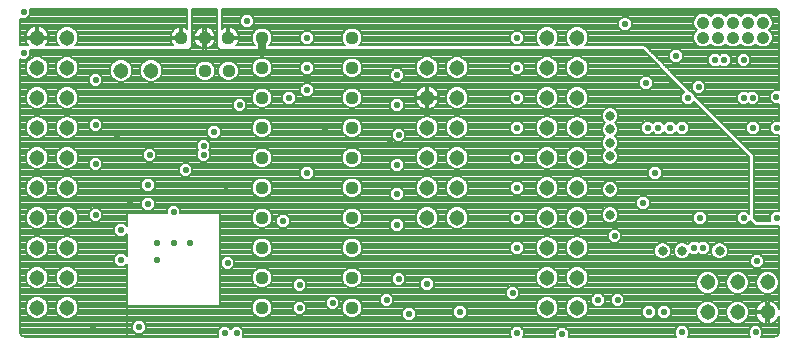
<source format=gbr>
G75*
G70*
%OFA0B0*%
%FSLAX24Y24*%
%IPPOS*%
%LPD*%
%AMOC8*
5,1,8,0,0,1.08239X$1,22.5*
%
%ADD10C,0.0514*%
%ADD11C,0.0440*%
%ADD12C,0.0320*%
%ADD13C,0.0410*%
%ADD14C,0.0220*%
%ADD15C,0.0080*%
%ADD16C,0.0250*%
D10*
X009885Y010183D03*
X010885Y010183D03*
X010885Y011183D03*
X009885Y011183D03*
X009885Y012183D03*
X010885Y012183D03*
X010885Y013183D03*
X009885Y013183D03*
X009885Y014183D03*
X010885Y014183D03*
X010885Y015183D03*
X009885Y015183D03*
X009885Y016183D03*
X010885Y016183D03*
X010885Y017183D03*
X009885Y017183D03*
X009885Y018183D03*
X010885Y018183D03*
X012685Y018083D03*
X013685Y018083D03*
X010885Y019183D03*
X009885Y019183D03*
X022885Y018183D03*
X023885Y018183D03*
X023885Y017183D03*
X022885Y017183D03*
X022885Y016183D03*
X023885Y016183D03*
X023885Y015183D03*
X022885Y015183D03*
X022885Y014183D03*
X023885Y014183D03*
X023885Y013183D03*
X022885Y013183D03*
X026885Y013183D03*
X027885Y013183D03*
X027885Y012183D03*
X026885Y012183D03*
X026885Y011183D03*
X027885Y011183D03*
X027885Y010183D03*
X026885Y010183D03*
X032235Y010033D03*
X033235Y010033D03*
X034235Y010033D03*
X034235Y011033D03*
X033235Y011033D03*
X032235Y011033D03*
X027885Y014183D03*
X026885Y014183D03*
X026885Y015183D03*
X027885Y015183D03*
X027885Y016183D03*
X026885Y016183D03*
X026885Y017183D03*
X027885Y017183D03*
X027885Y018183D03*
X026885Y018183D03*
X026885Y019183D03*
X027885Y019183D03*
D11*
X020385Y019183D03*
X020385Y018183D03*
X020385Y017183D03*
X020385Y016183D03*
X020385Y015183D03*
X020385Y014183D03*
X020385Y013183D03*
X020385Y012183D03*
X020385Y011183D03*
X020385Y010183D03*
X017385Y010183D03*
X017385Y011183D03*
X017385Y012183D03*
X017385Y013183D03*
X017385Y014183D03*
X017385Y015183D03*
X017385Y016183D03*
X017385Y017183D03*
X017385Y018183D03*
X016272Y018083D03*
X015485Y018083D03*
X015472Y019183D03*
X016259Y019183D03*
X017385Y019183D03*
X014685Y019183D03*
D12*
X028985Y016583D03*
X028985Y016133D03*
X028985Y015683D03*
X028985Y015233D03*
X028985Y014133D03*
X028985Y013283D03*
X030735Y012083D03*
X031385Y012083D03*
X032635Y012083D03*
D13*
X032585Y019183D03*
X033085Y019183D03*
X033585Y019183D03*
X034085Y019183D03*
X034085Y019683D03*
X033585Y019683D03*
X033085Y019683D03*
X032585Y019683D03*
X032085Y019683D03*
X032085Y019183D03*
D14*
X032485Y018433D03*
X032785Y018433D03*
X033435Y018433D03*
X031935Y017533D03*
X031585Y017183D03*
X031035Y017633D03*
X030185Y017683D03*
X031185Y018583D03*
X029485Y019633D03*
X028635Y018033D03*
X025885Y018183D03*
X025885Y017183D03*
X025885Y016183D03*
X025885Y015183D03*
X025885Y014183D03*
X025885Y013183D03*
X025885Y012183D03*
X025735Y010683D03*
X025485Y010033D03*
X025885Y009333D03*
X027385Y009303D03*
X028585Y010433D03*
X029235Y010433D03*
X030285Y010033D03*
X030785Y010033D03*
X031385Y009363D03*
X033835Y009363D03*
X033881Y011733D03*
X032085Y012183D03*
X031785Y012183D03*
X031985Y013183D03*
X033435Y013183D03*
X034155Y013183D03*
X034535Y013183D03*
X031735Y014683D03*
X030485Y014683D03*
X030085Y013683D03*
X029135Y012563D03*
X023985Y010033D03*
X022885Y010983D03*
X021935Y011133D03*
X021535Y010433D03*
X022285Y009983D03*
X019735Y010333D03*
X018635Y010183D03*
X018635Y010933D03*
X016235Y011683D03*
X014985Y012333D03*
X014435Y012333D03*
X013885Y012333D03*
X013885Y011783D03*
X012685Y011783D03*
X012685Y012783D03*
X011835Y013283D03*
X012985Y013633D03*
X013585Y013633D03*
X014435Y013383D03*
X013585Y014283D03*
X014835Y014783D03*
X015435Y015283D03*
X015435Y015583D03*
X015785Y016033D03*
X016635Y016933D03*
X018285Y017183D03*
X018885Y017433D03*
X018885Y018183D03*
X018885Y019183D03*
X016885Y019733D03*
X021885Y017933D03*
X021885Y016933D03*
X021935Y015933D03*
X021635Y015783D03*
X021885Y014933D03*
X021885Y013983D03*
X021885Y012933D03*
X019735Y013183D03*
X018085Y013083D03*
X016185Y014083D03*
X013635Y015283D03*
X012535Y015833D03*
X011835Y016283D03*
X011835Y014983D03*
X011835Y017783D03*
X009435Y018683D03*
X009435Y020033D03*
X019485Y016183D03*
X018885Y014683D03*
X025885Y019183D03*
X030235Y016183D03*
X030585Y016183D03*
X030985Y016183D03*
X031385Y016183D03*
X033435Y017183D03*
X033735Y017183D03*
X034533Y017206D03*
X034535Y016183D03*
X033745Y016183D03*
X016535Y009333D03*
X016135Y009333D03*
X013285Y009533D03*
X011735Y009483D03*
D15*
X009357Y009279D02*
X009339Y009308D01*
X009328Y009339D01*
X009325Y009373D01*
X009325Y018467D01*
X009339Y018453D01*
X009530Y018453D01*
X009665Y018587D01*
X009665Y018773D01*
X014951Y018773D01*
X015045Y018866D01*
X015045Y018999D01*
X015045Y020143D01*
X015895Y020143D01*
X015895Y018866D01*
X015988Y018773D01*
X030068Y018773D01*
X031459Y017382D01*
X031355Y017278D01*
X031355Y017087D01*
X031489Y016953D01*
X031680Y016953D01*
X031784Y017057D01*
X033625Y015216D01*
X033625Y013318D01*
X033530Y013413D01*
X033339Y013413D01*
X033205Y013278D01*
X033205Y013087D01*
X033339Y012953D01*
X033530Y012953D01*
X033659Y013082D01*
X033718Y013023D01*
X033818Y012923D01*
X034615Y012923D01*
X034615Y010152D01*
X034586Y010221D01*
X034543Y010286D01*
X034487Y010341D01*
X034422Y010384D01*
X034350Y010414D01*
X034275Y010429D01*
X034275Y010073D01*
X034195Y010073D01*
X034195Y010429D01*
X034119Y010414D01*
X034047Y010384D01*
X033982Y010341D01*
X033926Y010286D01*
X033883Y010221D01*
X033853Y010148D01*
X033838Y010073D01*
X034195Y010073D01*
X034195Y009993D01*
X034275Y009993D01*
X034275Y009636D01*
X034350Y009651D01*
X034422Y009681D01*
X034487Y009724D01*
X034543Y009780D01*
X034586Y009845D01*
X034615Y009913D01*
X034615Y009373D01*
X034611Y009339D01*
X034600Y009308D01*
X034582Y009279D01*
X034558Y009255D01*
X034530Y009238D01*
X034498Y009226D01*
X034465Y009223D01*
X034020Y009223D01*
X034065Y009267D01*
X034065Y009458D01*
X033930Y009593D01*
X033739Y009593D01*
X033605Y009458D01*
X033605Y009267D01*
X033649Y009223D01*
X031570Y009223D01*
X031615Y009267D01*
X031615Y009458D01*
X031480Y009593D01*
X031289Y009593D01*
X031155Y009458D01*
X031155Y009267D01*
X031199Y009223D01*
X027615Y009223D01*
X027615Y009398D01*
X027480Y009533D01*
X027289Y009533D01*
X027155Y009398D01*
X027155Y009223D01*
X026100Y009223D01*
X026115Y009237D01*
X026115Y009428D01*
X025980Y009563D01*
X025789Y009563D01*
X025655Y009428D01*
X025655Y009237D01*
X025669Y009223D01*
X016750Y009223D01*
X016765Y009237D01*
X016765Y009428D01*
X016630Y009563D01*
X016439Y009563D01*
X016335Y009458D01*
X016230Y009563D01*
X016039Y009563D01*
X015905Y009428D01*
X015905Y009237D01*
X015919Y009223D01*
X012895Y009223D01*
X012895Y010233D01*
X015985Y010233D01*
X015985Y013333D01*
X014665Y013333D01*
X014665Y013478D01*
X014530Y013613D01*
X014339Y013613D01*
X014205Y013478D01*
X014205Y013333D01*
X012885Y013333D01*
X012885Y012908D01*
X012780Y013013D01*
X012589Y013013D01*
X012455Y012878D01*
X012455Y012687D01*
X012589Y012553D01*
X012780Y012553D01*
X012885Y012657D01*
X012885Y011908D01*
X012780Y012013D01*
X012589Y012013D01*
X012455Y011878D01*
X012455Y011687D01*
X009325Y011687D01*
X009325Y011609D02*
X012533Y011609D01*
X012589Y011553D02*
X012780Y011553D01*
X012885Y011657D01*
X012885Y009223D01*
X009475Y009223D01*
X009441Y009226D01*
X009409Y009238D01*
X009381Y009255D01*
X009357Y009279D01*
X009384Y009254D02*
X012885Y009254D01*
X012895Y009254D02*
X015905Y009254D01*
X015905Y009332D02*
X013409Y009332D01*
X013380Y009303D02*
X013515Y009437D01*
X013515Y009628D01*
X013380Y009763D01*
X013189Y009763D01*
X013055Y009628D01*
X013055Y009437D01*
X013189Y009303D01*
X013380Y009303D01*
X013488Y009411D02*
X015905Y009411D01*
X015966Y009489D02*
X013515Y009489D01*
X013515Y009568D02*
X031264Y009568D01*
X031186Y009489D02*
X027523Y009489D01*
X027602Y009411D02*
X031155Y009411D01*
X031155Y009332D02*
X027615Y009332D01*
X027615Y009254D02*
X031168Y009254D01*
X031601Y009254D02*
X033618Y009254D01*
X033605Y009332D02*
X031615Y009332D01*
X031615Y009411D02*
X033605Y009411D01*
X033636Y009489D02*
X031583Y009489D01*
X031505Y009568D02*
X033714Y009568D01*
X033955Y009568D02*
X034615Y009568D01*
X034615Y009646D02*
X034326Y009646D01*
X034275Y009646D02*
X034195Y009646D01*
X034195Y009636D02*
X034195Y009993D01*
X033838Y009993D01*
X033853Y009917D01*
X033883Y009845D01*
X033926Y009780D01*
X033982Y009724D01*
X034047Y009681D01*
X034119Y009651D01*
X034195Y009636D01*
X034143Y009646D02*
X013496Y009646D01*
X013418Y009725D02*
X032010Y009725D01*
X032021Y009713D02*
X032160Y009656D01*
X032309Y009656D01*
X032448Y009713D01*
X032554Y009819D01*
X032611Y009958D01*
X032611Y010108D01*
X032554Y010246D01*
X032448Y010352D01*
X032309Y010410D01*
X032160Y010410D01*
X032021Y010352D01*
X031915Y010246D01*
X031858Y010108D01*
X031858Y009958D01*
X031915Y009819D01*
X032021Y009713D01*
X031931Y009803D02*
X030880Y009803D01*
X031015Y009937D01*
X031015Y010128D01*
X030880Y010263D01*
X030689Y010263D01*
X030555Y010128D01*
X030555Y009937D01*
X030689Y009803D01*
X030380Y009803D01*
X030515Y009937D01*
X030515Y010128D01*
X030380Y010263D01*
X030189Y010263D01*
X030055Y010128D01*
X030055Y009937D01*
X030189Y009803D01*
X024080Y009803D01*
X024215Y009937D01*
X024215Y010128D01*
X024080Y010263D01*
X023889Y010263D01*
X023755Y010128D01*
X023755Y009937D01*
X023889Y009803D01*
X022430Y009803D01*
X022380Y009753D02*
X022515Y009887D01*
X022515Y010078D01*
X022380Y010213D01*
X022189Y010213D01*
X022055Y010078D01*
X022055Y009887D01*
X022189Y009753D01*
X022380Y009753D01*
X022509Y009882D02*
X023810Y009882D01*
X023755Y009960D02*
X022515Y009960D01*
X022515Y010039D02*
X023755Y010039D01*
X023755Y010117D02*
X022475Y010117D01*
X022397Y010196D02*
X023822Y010196D01*
X024147Y010196D02*
X026508Y010196D01*
X026508Y010258D02*
X026508Y010108D01*
X026565Y009969D01*
X026671Y009863D01*
X026810Y009806D01*
X026959Y009806D01*
X027098Y009863D01*
X027204Y009969D01*
X027261Y010108D01*
X027261Y010258D01*
X027204Y010396D01*
X027098Y010502D01*
X026959Y010560D01*
X026810Y010560D01*
X026671Y010502D01*
X026565Y010396D01*
X026508Y010258D01*
X026515Y010274D02*
X021701Y010274D01*
X021765Y010337D02*
X021630Y010203D01*
X021439Y010203D01*
X021305Y010337D01*
X021305Y010528D01*
X021439Y010663D01*
X021630Y010663D01*
X021765Y010528D01*
X021765Y010337D01*
X021765Y010353D02*
X026547Y010353D01*
X026600Y010431D02*
X021765Y010431D01*
X021765Y010510D02*
X025582Y010510D01*
X025639Y010453D02*
X025830Y010453D01*
X025965Y010587D01*
X025965Y010778D01*
X025830Y010913D01*
X025639Y010913D01*
X025505Y010778D01*
X025505Y010587D01*
X025639Y010453D01*
X025505Y010588D02*
X021704Y010588D01*
X021365Y010588D02*
X015985Y010588D01*
X015985Y010510D02*
X017286Y010510D01*
X017317Y010523D02*
X017192Y010471D01*
X017096Y010375D01*
X017045Y010250D01*
X017045Y010115D01*
X017096Y009990D01*
X017192Y009894D01*
X017317Y009843D01*
X017452Y009843D01*
X017577Y009894D01*
X017673Y009990D01*
X017725Y010115D01*
X017725Y010250D01*
X017673Y010375D01*
X017577Y010471D01*
X017452Y010523D01*
X017317Y010523D01*
X017484Y010510D02*
X019586Y010510D01*
X019639Y010563D02*
X019505Y010428D01*
X019505Y010237D01*
X019639Y010103D01*
X019830Y010103D01*
X019965Y010237D01*
X019965Y010428D01*
X019830Y010563D01*
X019639Y010563D01*
X019508Y010431D02*
X017617Y010431D01*
X017682Y010353D02*
X018479Y010353D01*
X018539Y010413D02*
X018405Y010278D01*
X018405Y010087D01*
X018539Y009953D01*
X018730Y009953D01*
X018865Y010087D01*
X018865Y010278D01*
X018730Y010413D01*
X018539Y010413D01*
X018405Y010274D02*
X017715Y010274D01*
X017725Y010196D02*
X018405Y010196D01*
X018405Y010117D02*
X017725Y010117D01*
X017693Y010039D02*
X018453Y010039D01*
X018532Y009960D02*
X017643Y009960D01*
X017546Y009882D02*
X020223Y009882D01*
X020192Y009894D02*
X020317Y009843D01*
X020452Y009843D01*
X020577Y009894D01*
X020673Y009990D01*
X020725Y010115D01*
X020725Y010250D01*
X020673Y010375D01*
X020577Y010471D01*
X020452Y010523D01*
X020317Y010523D01*
X020192Y010471D01*
X020096Y010375D01*
X020045Y010250D01*
X020045Y010115D01*
X020096Y009990D01*
X020192Y009894D01*
X020126Y009960D02*
X018737Y009960D01*
X018816Y010039D02*
X020076Y010039D01*
X020045Y010117D02*
X019844Y010117D01*
X019923Y010196D02*
X020045Y010196D01*
X020054Y010274D02*
X019965Y010274D01*
X019965Y010353D02*
X020087Y010353D01*
X020152Y010431D02*
X019961Y010431D01*
X019883Y010510D02*
X020286Y010510D01*
X020484Y010510D02*
X021305Y010510D01*
X021305Y010431D02*
X020617Y010431D01*
X020682Y010353D02*
X021305Y010353D01*
X021368Y010274D02*
X020715Y010274D01*
X020725Y010196D02*
X022172Y010196D01*
X022094Y010117D02*
X020725Y010117D01*
X020693Y010039D02*
X022055Y010039D01*
X022055Y009960D02*
X020643Y009960D01*
X020546Y009882D02*
X022060Y009882D01*
X022139Y009803D02*
X012895Y009803D01*
X012885Y009803D02*
X009325Y009803D01*
X009325Y009725D02*
X012885Y009725D01*
X012895Y009725D02*
X013151Y009725D01*
X013073Y009646D02*
X012895Y009646D01*
X012885Y009646D02*
X009325Y009646D01*
X009325Y009568D02*
X012885Y009568D01*
X012895Y009568D02*
X013055Y009568D01*
X013055Y009489D02*
X012895Y009489D01*
X012885Y009489D02*
X009325Y009489D01*
X009325Y009411D02*
X012885Y009411D01*
X012895Y009411D02*
X013081Y009411D01*
X013160Y009332D02*
X012895Y009332D01*
X012885Y009332D02*
X009331Y009332D01*
X009325Y009882D02*
X009653Y009882D01*
X009671Y009863D02*
X009810Y009806D01*
X009959Y009806D01*
X010098Y009863D01*
X010204Y009969D01*
X010261Y010108D01*
X010261Y010258D01*
X010204Y010396D01*
X010098Y010502D01*
X009959Y010560D01*
X009810Y010560D01*
X009671Y010502D01*
X009565Y010396D01*
X009508Y010258D01*
X009508Y010108D01*
X009565Y009969D01*
X009671Y009863D01*
X009574Y009960D02*
X009325Y009960D01*
X009325Y010039D02*
X009536Y010039D01*
X009508Y010117D02*
X009325Y010117D01*
X009325Y010196D02*
X009508Y010196D01*
X009515Y010274D02*
X009325Y010274D01*
X009325Y010353D02*
X009547Y010353D01*
X009600Y010431D02*
X009325Y010431D01*
X009325Y010510D02*
X009689Y010510D01*
X009810Y010806D02*
X009959Y010806D01*
X010098Y010863D01*
X010204Y010969D01*
X010261Y011108D01*
X010261Y011258D01*
X010204Y011396D01*
X010098Y011502D01*
X009959Y011560D01*
X009810Y011560D01*
X009671Y011502D01*
X009565Y011396D01*
X009508Y011258D01*
X009508Y011108D01*
X009565Y010969D01*
X009671Y010863D01*
X009810Y010806D01*
X009766Y010824D02*
X009325Y010824D01*
X009325Y010902D02*
X009632Y010902D01*
X009560Y010981D02*
X009325Y010981D01*
X009325Y011059D02*
X009528Y011059D01*
X009508Y011138D02*
X009325Y011138D01*
X009325Y011216D02*
X009508Y011216D01*
X009523Y011295D02*
X009325Y011295D01*
X009325Y011373D02*
X009556Y011373D01*
X009621Y011452D02*
X009325Y011452D01*
X009325Y011530D02*
X009739Y011530D01*
X009810Y011806D02*
X009959Y011806D01*
X010098Y011863D01*
X010204Y011969D01*
X010261Y012108D01*
X010261Y012258D01*
X010204Y012396D01*
X010098Y012502D01*
X009959Y012560D01*
X009810Y012560D01*
X009671Y012502D01*
X009565Y012396D01*
X009508Y012258D01*
X009508Y012108D01*
X009565Y011969D01*
X009671Y011863D01*
X009810Y011806D01*
X009717Y011844D02*
X009325Y011844D01*
X009325Y011766D02*
X012455Y011766D01*
X012455Y011844D02*
X011052Y011844D01*
X011098Y011863D02*
X011204Y011969D01*
X011261Y012108D01*
X011261Y012258D01*
X011204Y012396D01*
X011098Y012502D01*
X010959Y012560D01*
X010810Y012560D01*
X010671Y012502D01*
X010565Y012396D01*
X010508Y012258D01*
X010508Y012108D01*
X010565Y011969D01*
X010671Y011863D01*
X010810Y011806D01*
X010959Y011806D01*
X011098Y011863D01*
X011157Y011923D02*
X012499Y011923D01*
X012578Y012001D02*
X011217Y012001D01*
X011250Y012080D02*
X012885Y012080D01*
X012885Y012158D02*
X011261Y012158D01*
X011261Y012237D02*
X012885Y012237D01*
X012885Y012315D02*
X011238Y012315D01*
X011205Y012394D02*
X012885Y012394D01*
X012885Y012472D02*
X011128Y012472D01*
X010981Y012551D02*
X012885Y012551D01*
X012885Y012629D02*
X012856Y012629D01*
X012849Y012943D02*
X012885Y012943D01*
X012885Y013022D02*
X011226Y013022D01*
X011204Y012969D02*
X011261Y013108D01*
X011261Y013258D01*
X011204Y013396D01*
X011098Y013502D01*
X010959Y013560D01*
X010810Y013560D01*
X010671Y013502D01*
X010565Y013396D01*
X010508Y013258D01*
X010508Y013108D01*
X010565Y012969D01*
X010671Y012863D01*
X010810Y012806D01*
X010959Y012806D01*
X011098Y012863D01*
X011204Y012969D01*
X011178Y012943D02*
X012520Y012943D01*
X012455Y012865D02*
X011099Y012865D01*
X011258Y013100D02*
X011692Y013100D01*
X011739Y013053D02*
X011605Y013187D01*
X011605Y013378D01*
X011739Y013513D01*
X011930Y013513D01*
X012065Y013378D01*
X012065Y013187D01*
X011930Y013053D01*
X011739Y013053D01*
X011613Y013179D02*
X011261Y013179D01*
X011261Y013257D02*
X011605Y013257D01*
X011605Y013336D02*
X011229Y013336D01*
X011186Y013414D02*
X011641Y013414D01*
X011719Y013493D02*
X011107Y013493D01*
X010962Y013807D02*
X013433Y013807D01*
X013489Y013863D02*
X013355Y013728D01*
X009325Y013728D01*
X009325Y013650D02*
X013355Y013650D01*
X013355Y013728D02*
X013355Y013537D01*
X013489Y013403D01*
X013680Y013403D01*
X013815Y013537D01*
X013815Y013728D01*
X013680Y013863D01*
X013489Y013863D01*
X013489Y014053D02*
X013680Y014053D01*
X013815Y014187D01*
X013815Y014378D01*
X013680Y014513D01*
X013489Y014513D01*
X013355Y014378D01*
X013355Y014187D01*
X013489Y014053D01*
X013421Y014121D02*
X011261Y014121D01*
X011261Y014108D02*
X011204Y013969D01*
X011098Y013863D01*
X010959Y013806D01*
X010810Y013806D01*
X010671Y013863D01*
X010565Y013969D01*
X010508Y014108D01*
X010508Y014258D01*
X010565Y014396D01*
X010671Y014502D01*
X010810Y014560D01*
X010959Y014560D01*
X011098Y014502D01*
X011204Y014396D01*
X011261Y014258D01*
X011261Y014108D01*
X011234Y014042D02*
X017075Y014042D01*
X017096Y013990D02*
X017192Y013894D01*
X017317Y013843D01*
X017452Y013843D01*
X017577Y013894D01*
X017673Y013990D01*
X017725Y014115D01*
X017725Y014250D01*
X017673Y014375D01*
X017577Y014471D01*
X017452Y014523D01*
X017317Y014523D01*
X017192Y014471D01*
X017096Y014375D01*
X017045Y014250D01*
X017045Y014115D01*
X017096Y013990D01*
X017123Y013964D02*
X011198Y013964D01*
X011120Y013885D02*
X017214Y013885D01*
X017045Y014121D02*
X013748Y014121D01*
X013815Y014199D02*
X017045Y014199D01*
X017056Y014278D02*
X013815Y014278D01*
X013815Y014356D02*
X017088Y014356D01*
X017156Y014435D02*
X013758Y014435D01*
X013411Y014435D02*
X011165Y014435D01*
X011221Y014356D02*
X013355Y014356D01*
X013355Y014278D02*
X011253Y014278D01*
X011261Y014199D02*
X013355Y014199D01*
X013736Y013807D02*
X021735Y013807D01*
X021789Y013753D02*
X021980Y013753D01*
X022115Y013887D01*
X022115Y014078D01*
X021980Y014213D01*
X021789Y014213D01*
X021655Y014078D01*
X021655Y013887D01*
X021789Y013753D01*
X021657Y013885D02*
X020555Y013885D01*
X020577Y013894D02*
X020673Y013990D01*
X020725Y014115D01*
X020725Y014250D01*
X020673Y014375D01*
X020577Y014471D01*
X020452Y014523D01*
X020317Y014523D01*
X020192Y014471D01*
X020096Y014375D01*
X020045Y014250D01*
X020045Y014115D01*
X020096Y013990D01*
X020192Y013894D01*
X020317Y013843D01*
X020452Y013843D01*
X020577Y013894D01*
X020646Y013964D02*
X021655Y013964D01*
X021655Y014042D02*
X020694Y014042D01*
X020725Y014121D02*
X021697Y014121D01*
X021776Y014199D02*
X020725Y014199D01*
X020713Y014278D02*
X022516Y014278D01*
X022508Y014258D02*
X022508Y014108D01*
X022565Y013969D01*
X022671Y013863D01*
X022810Y013806D01*
X022959Y013806D01*
X023098Y013863D01*
X023204Y013969D01*
X023261Y014108D01*
X023261Y014258D01*
X023204Y014396D01*
X023098Y014502D01*
X022959Y014560D01*
X022810Y014560D01*
X022671Y014502D01*
X022565Y014396D01*
X022508Y014258D01*
X022508Y014199D02*
X021993Y014199D01*
X022072Y014121D02*
X022508Y014121D01*
X022535Y014042D02*
X022115Y014042D01*
X022115Y013964D02*
X022571Y013964D01*
X022649Y013885D02*
X022112Y013885D01*
X022034Y013807D02*
X022807Y013807D01*
X022962Y013807D02*
X023807Y013807D01*
X023810Y013806D02*
X023671Y013863D01*
X023565Y013969D01*
X023508Y014108D01*
X023508Y014258D01*
X023565Y014396D01*
X023671Y014502D01*
X023810Y014560D01*
X023959Y014560D01*
X024098Y014502D01*
X024204Y014396D01*
X024261Y014258D01*
X024261Y014108D01*
X024204Y013969D01*
X024098Y013863D01*
X023959Y013806D01*
X023810Y013806D01*
X023962Y013807D02*
X026807Y013807D01*
X026810Y013806D02*
X026959Y013806D01*
X027098Y013863D01*
X027204Y013969D01*
X027261Y014108D01*
X027261Y014258D01*
X027204Y014396D01*
X027098Y014502D01*
X026959Y014560D01*
X026810Y014560D01*
X026671Y014502D01*
X026565Y014396D01*
X026508Y014258D01*
X026508Y014108D01*
X026565Y013969D01*
X026671Y013863D01*
X026810Y013806D01*
X026962Y013807D02*
X027807Y013807D01*
X027810Y013806D02*
X027959Y013806D01*
X028098Y013863D01*
X028204Y013969D01*
X028261Y014108D01*
X028261Y014258D01*
X028204Y014396D01*
X028098Y014502D01*
X027959Y014560D01*
X027810Y014560D01*
X027671Y014502D01*
X027565Y014396D01*
X027508Y014258D01*
X027508Y014108D01*
X027565Y013969D01*
X027671Y013863D01*
X027810Y013806D01*
X027962Y013807D02*
X029883Y013807D01*
X029855Y013778D02*
X029855Y013587D01*
X029989Y013453D01*
X030180Y013453D01*
X030315Y013587D01*
X030315Y013778D01*
X030180Y013913D01*
X029989Y013913D01*
X029855Y013778D01*
X029855Y013728D02*
X013814Y013728D01*
X013815Y013650D02*
X029855Y013650D01*
X029871Y013571D02*
X014571Y013571D01*
X014650Y013493D02*
X017245Y013493D01*
X017192Y013471D02*
X017096Y013375D01*
X017045Y013250D01*
X017045Y013115D01*
X017096Y012990D01*
X017192Y012894D01*
X017317Y012843D01*
X017452Y012843D01*
X017577Y012894D01*
X017673Y012990D01*
X017725Y013115D01*
X017725Y013250D01*
X017673Y013375D01*
X017577Y013471D01*
X017452Y013523D01*
X017317Y013523D01*
X017192Y013471D01*
X017135Y013414D02*
X014665Y013414D01*
X014665Y013336D02*
X017080Y013336D01*
X017047Y013257D02*
X015985Y013257D01*
X015985Y013179D02*
X017045Y013179D01*
X017051Y013100D02*
X015985Y013100D01*
X015985Y013022D02*
X017083Y013022D01*
X017143Y012943D02*
X015985Y012943D01*
X015985Y012865D02*
X017264Y012865D01*
X017505Y012865D02*
X017977Y012865D01*
X017989Y012853D02*
X018180Y012853D01*
X018315Y012987D01*
X018315Y013178D01*
X018180Y013313D01*
X017989Y013313D01*
X017855Y013178D01*
X017855Y012987D01*
X017989Y012853D01*
X017899Y012943D02*
X017626Y012943D01*
X017686Y013022D02*
X017855Y013022D01*
X017855Y013100D02*
X017718Y013100D01*
X017725Y013179D02*
X017855Y013179D01*
X017934Y013257D02*
X017722Y013257D01*
X017689Y013336D02*
X020080Y013336D01*
X020096Y013375D02*
X020045Y013250D01*
X020045Y013115D01*
X020096Y012990D01*
X020192Y012894D01*
X020317Y012843D01*
X020452Y012843D01*
X020577Y012894D01*
X020673Y012990D01*
X020725Y013115D01*
X020725Y013250D01*
X020673Y013375D01*
X020577Y013471D01*
X020452Y013523D01*
X020317Y013523D01*
X020192Y013471D01*
X020096Y013375D01*
X020135Y013414D02*
X017634Y013414D01*
X017525Y013493D02*
X020245Y013493D01*
X020525Y013493D02*
X022662Y013493D01*
X022671Y013502D02*
X022565Y013396D01*
X022508Y013258D01*
X022508Y013108D01*
X022565Y012969D01*
X022671Y012863D01*
X022810Y012806D01*
X022959Y012806D01*
X023098Y012863D01*
X023204Y012969D01*
X023261Y013108D01*
X023261Y013258D01*
X023204Y013396D01*
X023098Y013502D01*
X022959Y013560D01*
X022810Y013560D01*
X022671Y013502D01*
X022583Y013414D02*
X020634Y013414D01*
X020689Y013336D02*
X022540Y013336D01*
X022508Y013257D02*
X020722Y013257D01*
X020725Y013179D02*
X022508Y013179D01*
X022511Y013100D02*
X022042Y013100D01*
X021980Y013163D02*
X021789Y013163D01*
X021655Y013028D01*
X021655Y012837D01*
X021789Y012703D01*
X021980Y012703D01*
X022115Y012837D01*
X022115Y013028D01*
X021980Y013163D01*
X022115Y013022D02*
X022543Y013022D01*
X022591Y012943D02*
X022115Y012943D01*
X022115Y012865D02*
X022670Y012865D01*
X023099Y012865D02*
X023670Y012865D01*
X023671Y012863D02*
X023810Y012806D01*
X023959Y012806D01*
X024098Y012863D01*
X024204Y012969D01*
X024261Y013108D01*
X024261Y013258D01*
X024204Y013396D01*
X024098Y013502D01*
X023959Y013560D01*
X023810Y013560D01*
X023671Y013502D01*
X023565Y013396D01*
X023508Y013258D01*
X023508Y013108D01*
X023565Y012969D01*
X023671Y012863D01*
X023591Y012943D02*
X023178Y012943D01*
X023226Y013022D02*
X023543Y013022D01*
X023511Y013100D02*
X023258Y013100D01*
X023261Y013179D02*
X023508Y013179D01*
X023508Y013257D02*
X023261Y013257D01*
X023229Y013336D02*
X023540Y013336D01*
X023583Y013414D02*
X023186Y013414D01*
X023107Y013493D02*
X023662Y013493D01*
X024107Y013493D02*
X026662Y013493D01*
X026671Y013502D02*
X026565Y013396D01*
X026508Y013258D01*
X026508Y013108D01*
X026565Y012969D01*
X026671Y012863D01*
X026810Y012806D01*
X026959Y012806D01*
X027098Y012863D01*
X027204Y012969D01*
X027261Y013108D01*
X027261Y013258D01*
X027204Y013396D01*
X027098Y013502D01*
X026959Y013560D01*
X026810Y013560D01*
X026671Y013502D01*
X026583Y013414D02*
X024186Y013414D01*
X024229Y013336D02*
X025712Y013336D01*
X025655Y013278D02*
X025655Y013087D01*
X025789Y012953D01*
X025980Y012953D01*
X026115Y013087D01*
X026115Y013278D01*
X025980Y013413D01*
X025789Y013413D01*
X025655Y013278D01*
X025655Y013257D02*
X024261Y013257D01*
X024261Y013179D02*
X025655Y013179D01*
X025655Y013100D02*
X024258Y013100D01*
X024226Y013022D02*
X025720Y013022D01*
X026049Y013022D02*
X026543Y013022D01*
X026511Y013100D02*
X026115Y013100D01*
X026115Y013179D02*
X026508Y013179D01*
X026508Y013257D02*
X026115Y013257D01*
X026057Y013336D02*
X026540Y013336D01*
X027107Y013493D02*
X027662Y013493D01*
X027671Y013502D02*
X027565Y013396D01*
X027508Y013258D01*
X027508Y013108D01*
X027565Y012969D01*
X027671Y012863D01*
X027810Y012806D01*
X027959Y012806D01*
X028098Y012863D01*
X028204Y012969D01*
X028261Y013108D01*
X028261Y013258D01*
X028204Y013396D01*
X028098Y013502D01*
X027959Y013560D01*
X027810Y013560D01*
X027671Y013502D01*
X027583Y013414D02*
X027186Y013414D01*
X027229Y013336D02*
X027540Y013336D01*
X027508Y013257D02*
X027261Y013257D01*
X027261Y013179D02*
X027508Y013179D01*
X027511Y013100D02*
X027258Y013100D01*
X027226Y013022D02*
X027543Y013022D01*
X027591Y012943D02*
X027178Y012943D01*
X027099Y012865D02*
X027670Y012865D01*
X028099Y012865D02*
X034615Y012865D01*
X034615Y012786D02*
X029236Y012786D01*
X029230Y012793D02*
X029039Y012793D01*
X028905Y012658D01*
X028905Y012467D01*
X029039Y012333D01*
X029230Y012333D01*
X029365Y012467D01*
X029365Y012658D01*
X029230Y012793D01*
X029315Y012708D02*
X034615Y012708D01*
X034615Y012629D02*
X029365Y012629D01*
X029365Y012551D02*
X034615Y012551D01*
X034615Y012472D02*
X029365Y012472D01*
X029291Y012394D02*
X031670Y012394D01*
X031689Y012413D02*
X031570Y012293D01*
X031543Y012320D01*
X031440Y012363D01*
X031329Y012363D01*
X031226Y012320D01*
X031147Y012241D01*
X031105Y012138D01*
X031105Y012027D01*
X031147Y011924D01*
X031226Y011845D01*
X031329Y011803D01*
X031440Y011803D01*
X031543Y011845D01*
X031622Y011924D01*
X031650Y011992D01*
X031689Y011953D01*
X031880Y011953D01*
X031935Y012007D01*
X031989Y011953D01*
X032180Y011953D01*
X032315Y012087D01*
X032315Y012278D01*
X032180Y012413D01*
X031989Y012413D01*
X031935Y012358D01*
X031880Y012413D01*
X031689Y012413D01*
X031592Y012315D02*
X031548Y012315D01*
X031221Y012315D02*
X030898Y012315D01*
X030893Y012320D02*
X030790Y012363D01*
X030679Y012363D01*
X030576Y012320D01*
X030497Y012241D01*
X030455Y012138D01*
X030455Y012027D01*
X030497Y011924D01*
X030576Y011845D01*
X030679Y011803D01*
X030790Y011803D01*
X030893Y011845D01*
X030972Y011924D01*
X031015Y012027D01*
X031015Y012138D01*
X030972Y012241D01*
X030893Y012320D01*
X030974Y012237D02*
X031145Y012237D01*
X031113Y012158D02*
X031006Y012158D01*
X031015Y012080D02*
X031105Y012080D01*
X031115Y012001D02*
X031004Y012001D01*
X030971Y011923D02*
X031149Y011923D01*
X031229Y011844D02*
X030890Y011844D01*
X030579Y011844D02*
X028052Y011844D01*
X028098Y011863D02*
X028204Y011969D01*
X028261Y012108D01*
X028261Y012258D01*
X028204Y012396D01*
X028098Y012502D01*
X027959Y012560D01*
X027810Y012560D01*
X027671Y012502D01*
X027565Y012396D01*
X027508Y012258D01*
X027508Y012108D01*
X027565Y011969D01*
X027671Y011863D01*
X027810Y011806D01*
X027959Y011806D01*
X028098Y011863D01*
X028157Y011923D02*
X030499Y011923D01*
X030465Y012001D02*
X028217Y012001D01*
X028250Y012080D02*
X030455Y012080D01*
X030463Y012158D02*
X028261Y012158D01*
X028261Y012237D02*
X030495Y012237D01*
X030571Y012315D02*
X028238Y012315D01*
X028205Y012394D02*
X028978Y012394D01*
X028905Y012472D02*
X028128Y012472D01*
X027981Y012551D02*
X028905Y012551D01*
X028905Y012629D02*
X015985Y012629D01*
X015985Y012551D02*
X026788Y012551D01*
X026810Y012560D02*
X026671Y012502D01*
X026565Y012396D01*
X026508Y012258D01*
X026508Y012108D01*
X026565Y011969D01*
X026671Y011863D01*
X026810Y011806D01*
X026959Y011806D01*
X027098Y011863D01*
X027204Y011969D01*
X027261Y012108D01*
X027261Y012258D01*
X027204Y012396D01*
X027098Y012502D01*
X026959Y012560D01*
X026810Y012560D01*
X026981Y012551D02*
X027788Y012551D01*
X027641Y012472D02*
X027128Y012472D01*
X027205Y012394D02*
X027564Y012394D01*
X027532Y012315D02*
X027238Y012315D01*
X027261Y012237D02*
X027508Y012237D01*
X027508Y012158D02*
X027261Y012158D01*
X027250Y012080D02*
X027519Y012080D01*
X027552Y012001D02*
X027217Y012001D01*
X027157Y011923D02*
X027612Y011923D01*
X027717Y011844D02*
X027052Y011844D01*
X026959Y011560D02*
X026810Y011560D01*
X026671Y011502D01*
X026565Y011396D01*
X026508Y011258D01*
X026508Y011108D01*
X026565Y010969D01*
X026671Y010863D01*
X026810Y010806D01*
X026959Y010806D01*
X027098Y010863D01*
X027204Y010969D01*
X027261Y011108D01*
X027261Y011258D01*
X027204Y011396D01*
X027098Y011502D01*
X026959Y011560D01*
X027030Y011530D02*
X027739Y011530D01*
X027671Y011502D02*
X027565Y011396D01*
X027508Y011258D01*
X027508Y011108D01*
X027565Y010969D01*
X027671Y010863D01*
X027810Y010806D01*
X027959Y010806D01*
X028098Y010863D01*
X028204Y010969D01*
X028261Y011108D01*
X028261Y011258D01*
X028204Y011396D01*
X028098Y011502D01*
X027959Y011560D01*
X027810Y011560D01*
X027671Y011502D01*
X027621Y011452D02*
X027148Y011452D01*
X027214Y011373D02*
X027556Y011373D01*
X027523Y011295D02*
X027246Y011295D01*
X027261Y011216D02*
X027508Y011216D01*
X027508Y011138D02*
X027261Y011138D01*
X027241Y011059D02*
X027528Y011059D01*
X027560Y010981D02*
X027209Y010981D01*
X027137Y010902D02*
X027632Y010902D01*
X027766Y010824D02*
X027003Y010824D01*
X026766Y010824D02*
X025919Y010824D01*
X025965Y010745D02*
X031989Y010745D01*
X032021Y010713D02*
X032160Y010656D01*
X032309Y010656D01*
X032448Y010713D01*
X032554Y010819D01*
X032611Y010958D01*
X032611Y011108D01*
X032554Y011246D01*
X032448Y011352D01*
X032309Y011410D01*
X032160Y011410D01*
X032021Y011352D01*
X031915Y011246D01*
X031858Y011108D01*
X031858Y010958D01*
X031915Y010819D01*
X032021Y010713D01*
X032133Y010667D02*
X025965Y010667D01*
X025965Y010588D02*
X028415Y010588D01*
X028355Y010528D02*
X028355Y010337D01*
X028489Y010203D01*
X028680Y010203D01*
X028815Y010337D01*
X028815Y010528D01*
X028680Y010663D01*
X028489Y010663D01*
X028355Y010528D01*
X028355Y010510D02*
X028080Y010510D01*
X028098Y010502D02*
X027959Y010560D01*
X027810Y010560D01*
X027671Y010502D01*
X027565Y010396D01*
X027508Y010258D01*
X027508Y010108D01*
X027565Y009969D01*
X027671Y009863D01*
X027810Y009806D01*
X027959Y009806D01*
X028098Y009863D01*
X028204Y009969D01*
X028261Y010108D01*
X028261Y010258D01*
X028204Y010396D01*
X028098Y010502D01*
X028169Y010431D02*
X028355Y010431D01*
X028355Y010353D02*
X028222Y010353D01*
X028255Y010274D02*
X028418Y010274D01*
X028261Y010196D02*
X030122Y010196D01*
X030055Y010117D02*
X028261Y010117D01*
X028233Y010039D02*
X030055Y010039D01*
X030055Y009960D02*
X028195Y009960D01*
X028116Y009882D02*
X030110Y009882D01*
X030189Y009803D02*
X030380Y009803D01*
X030459Y009882D02*
X030610Y009882D01*
X030555Y009960D02*
X030515Y009960D01*
X030515Y010039D02*
X030555Y010039D01*
X030555Y010117D02*
X030515Y010117D01*
X030447Y010196D02*
X030622Y010196D01*
X030947Y010196D02*
X031894Y010196D01*
X031862Y010117D02*
X031015Y010117D01*
X031015Y010039D02*
X031858Y010039D01*
X031858Y009960D02*
X031015Y009960D01*
X030959Y009882D02*
X031889Y009882D01*
X032459Y009725D02*
X033010Y009725D01*
X033021Y009713D02*
X033160Y009656D01*
X033309Y009656D01*
X033448Y009713D01*
X033554Y009819D01*
X033611Y009958D01*
X033611Y010108D01*
X033554Y010246D01*
X033448Y010352D01*
X033309Y010410D01*
X033160Y010410D01*
X033021Y010352D01*
X032915Y010246D01*
X032858Y010108D01*
X032858Y009958D01*
X032915Y009819D01*
X033021Y009713D01*
X032931Y009803D02*
X032538Y009803D01*
X032580Y009882D02*
X032889Y009882D01*
X032858Y009960D02*
X032611Y009960D01*
X032611Y010039D02*
X032858Y010039D01*
X032862Y010117D02*
X032607Y010117D01*
X032575Y010196D02*
X032894Y010196D01*
X032943Y010274D02*
X032526Y010274D01*
X032447Y010353D02*
X033022Y010353D01*
X033447Y010353D02*
X033999Y010353D01*
X033919Y010274D02*
X033526Y010274D01*
X033575Y010196D02*
X033872Y010196D01*
X033847Y010117D02*
X033607Y010117D01*
X033611Y010039D02*
X034195Y010039D01*
X034195Y010117D02*
X034275Y010117D01*
X034275Y010196D02*
X034195Y010196D01*
X034195Y010274D02*
X034275Y010274D01*
X034275Y010353D02*
X034195Y010353D01*
X034470Y010353D02*
X034615Y010353D01*
X034615Y010431D02*
X029465Y010431D01*
X029465Y010353D02*
X032022Y010353D01*
X031943Y010274D02*
X029401Y010274D01*
X029465Y010337D02*
X029330Y010203D01*
X029139Y010203D01*
X029005Y010337D01*
X029005Y010528D01*
X029139Y010663D01*
X029330Y010663D01*
X029465Y010528D01*
X029465Y010337D01*
X029465Y010510D02*
X034615Y010510D01*
X034615Y010588D02*
X029404Y010588D01*
X029065Y010588D02*
X028754Y010588D01*
X028815Y010510D02*
X029005Y010510D01*
X029005Y010431D02*
X028815Y010431D01*
X028815Y010353D02*
X029005Y010353D01*
X029068Y010274D02*
X028751Y010274D01*
X028003Y010824D02*
X031913Y010824D01*
X031881Y010902D02*
X028137Y010902D01*
X028209Y010981D02*
X031858Y010981D01*
X031858Y011059D02*
X028241Y011059D01*
X028261Y011138D02*
X031870Y011138D01*
X031903Y011216D02*
X028261Y011216D01*
X028246Y011295D02*
X031964Y011295D01*
X032072Y011373D02*
X028214Y011373D01*
X028148Y011452D02*
X034615Y011452D01*
X034615Y011530D02*
X034004Y011530D01*
X033977Y011503D02*
X034111Y011637D01*
X034111Y011828D01*
X033977Y011963D01*
X033786Y011963D01*
X033651Y011828D01*
X033651Y011637D01*
X033786Y011503D01*
X033977Y011503D01*
X034083Y011609D02*
X034615Y011609D01*
X034615Y011687D02*
X034111Y011687D01*
X034111Y011766D02*
X034615Y011766D01*
X034615Y011844D02*
X034095Y011844D01*
X034017Y011923D02*
X034615Y011923D01*
X034615Y012001D02*
X032904Y012001D01*
X032915Y012027D02*
X032872Y011924D01*
X032793Y011845D01*
X032690Y011803D01*
X032579Y011803D01*
X032476Y011845D01*
X032397Y011924D01*
X032355Y012027D01*
X032355Y012138D01*
X032397Y012241D01*
X032476Y012320D01*
X032579Y012363D01*
X032690Y012363D01*
X032793Y012320D01*
X032872Y012241D01*
X032915Y012138D01*
X032915Y012027D01*
X032915Y012080D02*
X034615Y012080D01*
X034615Y012158D02*
X032906Y012158D01*
X032874Y012237D02*
X034615Y012237D01*
X034615Y012315D02*
X032798Y012315D01*
X032471Y012315D02*
X032277Y012315D01*
X032315Y012237D02*
X032395Y012237D01*
X032363Y012158D02*
X032315Y012158D01*
X032307Y012080D02*
X032355Y012080D01*
X032365Y012001D02*
X032228Y012001D01*
X032399Y011923D02*
X031621Y011923D01*
X031540Y011844D02*
X032479Y011844D01*
X032790Y011844D02*
X033668Y011844D01*
X033651Y011766D02*
X016465Y011766D01*
X016465Y011778D02*
X016330Y011913D01*
X016139Y011913D01*
X016005Y011778D01*
X016005Y011587D01*
X016139Y011453D01*
X016330Y011453D01*
X016465Y011587D01*
X016465Y011778D01*
X016465Y011687D02*
X033651Y011687D01*
X033680Y011609D02*
X016465Y011609D01*
X016407Y011530D02*
X026739Y011530D01*
X026621Y011452D02*
X020596Y011452D01*
X020577Y011471D02*
X020452Y011523D01*
X020317Y011523D01*
X020192Y011471D01*
X020096Y011375D01*
X020045Y011250D01*
X020045Y011115D01*
X020096Y010990D01*
X020192Y010894D01*
X020317Y010843D01*
X020452Y010843D01*
X020577Y010894D01*
X020673Y010990D01*
X020725Y011115D01*
X020725Y011250D01*
X020673Y011375D01*
X020577Y011471D01*
X020674Y011373D02*
X026556Y011373D01*
X026523Y011295D02*
X022098Y011295D01*
X022165Y011228D02*
X022030Y011363D01*
X021839Y011363D01*
X021705Y011228D01*
X021705Y011037D01*
X021839Y010903D01*
X022030Y010903D01*
X022165Y011037D01*
X022165Y011228D01*
X022165Y011216D02*
X026508Y011216D01*
X026508Y011138D02*
X023055Y011138D01*
X023115Y011078D02*
X022980Y011213D01*
X022789Y011213D01*
X022655Y011078D01*
X022655Y010887D01*
X022789Y010753D01*
X022980Y010753D01*
X023115Y010887D01*
X023115Y011078D01*
X023115Y011059D02*
X026528Y011059D01*
X026560Y010981D02*
X023115Y010981D01*
X023115Y010902D02*
X025629Y010902D01*
X025550Y010824D02*
X023051Y010824D01*
X022718Y010824D02*
X018851Y010824D01*
X018865Y010837D02*
X018730Y010703D01*
X018539Y010703D01*
X018405Y010837D01*
X018405Y011028D01*
X018539Y011163D01*
X018730Y011163D01*
X018865Y011028D01*
X018865Y010837D01*
X018865Y010902D02*
X020184Y010902D01*
X020106Y010981D02*
X018865Y010981D01*
X018833Y011059D02*
X020068Y011059D01*
X020045Y011138D02*
X018755Y011138D01*
X018514Y011138D02*
X017725Y011138D01*
X017725Y011115D02*
X017673Y010990D01*
X017577Y010894D01*
X017452Y010843D01*
X017317Y010843D01*
X017192Y010894D01*
X017096Y010990D01*
X017045Y011115D01*
X017045Y011250D01*
X017096Y011375D01*
X017192Y011471D01*
X017317Y011523D01*
X017452Y011523D01*
X017577Y011471D01*
X017673Y011375D01*
X017725Y011250D01*
X017725Y011115D01*
X017701Y011059D02*
X018436Y011059D01*
X018405Y010981D02*
X017663Y010981D01*
X017585Y010902D02*
X018405Y010902D01*
X018418Y010824D02*
X015985Y010824D01*
X015985Y010902D02*
X017184Y010902D01*
X017106Y010981D02*
X015985Y010981D01*
X015985Y011059D02*
X017068Y011059D01*
X017045Y011138D02*
X015985Y011138D01*
X015985Y011216D02*
X017045Y011216D01*
X017063Y011295D02*
X015985Y011295D01*
X015985Y011373D02*
X017095Y011373D01*
X017173Y011452D02*
X015985Y011452D01*
X015985Y011530D02*
X016062Y011530D01*
X016005Y011609D02*
X015985Y011609D01*
X015985Y011687D02*
X016005Y011687D01*
X016005Y011766D02*
X015985Y011766D01*
X015985Y011844D02*
X016071Y011844D01*
X015985Y011923D02*
X017164Y011923D01*
X017192Y011894D02*
X017317Y011843D01*
X017452Y011843D01*
X017577Y011894D01*
X017673Y011990D01*
X017725Y012115D01*
X017725Y012250D01*
X017673Y012375D01*
X017577Y012471D01*
X017452Y012523D01*
X017317Y012523D01*
X017192Y012471D01*
X017096Y012375D01*
X017045Y012250D01*
X017045Y012115D01*
X017096Y011990D01*
X017192Y011894D01*
X017313Y011844D02*
X016398Y011844D01*
X015985Y012001D02*
X017092Y012001D01*
X017059Y012080D02*
X015985Y012080D01*
X015985Y012158D02*
X017045Y012158D01*
X017045Y012237D02*
X015985Y012237D01*
X015985Y012315D02*
X017071Y012315D01*
X017115Y012394D02*
X015985Y012394D01*
X015985Y012472D02*
X017195Y012472D01*
X017574Y012472D02*
X020195Y012472D01*
X020192Y012471D02*
X020096Y012375D01*
X020045Y012250D01*
X020045Y012115D01*
X020096Y011990D01*
X020192Y011894D01*
X020317Y011843D01*
X020452Y011843D01*
X020577Y011894D01*
X020673Y011990D01*
X020725Y012115D01*
X020725Y012250D01*
X020673Y012375D01*
X020577Y012471D01*
X020452Y012523D01*
X020317Y012523D01*
X020192Y012471D01*
X020115Y012394D02*
X017654Y012394D01*
X017698Y012315D02*
X020071Y012315D01*
X020045Y012237D02*
X017725Y012237D01*
X017725Y012158D02*
X020045Y012158D01*
X020059Y012080D02*
X017710Y012080D01*
X017677Y012001D02*
X020092Y012001D01*
X020164Y011923D02*
X017605Y011923D01*
X017456Y011844D02*
X020313Y011844D01*
X020456Y011844D02*
X026717Y011844D01*
X026612Y011923D02*
X020605Y011923D01*
X020677Y012001D02*
X025741Y012001D01*
X025789Y011953D02*
X025980Y011953D01*
X026115Y012087D01*
X026115Y012278D01*
X025980Y012413D01*
X025789Y012413D01*
X025655Y012278D01*
X025655Y012087D01*
X025789Y011953D01*
X025662Y012080D02*
X020710Y012080D01*
X020725Y012158D02*
X025655Y012158D01*
X025655Y012237D02*
X020725Y012237D01*
X020698Y012315D02*
X025692Y012315D01*
X025770Y012394D02*
X020654Y012394D01*
X020574Y012472D02*
X026641Y012472D01*
X026564Y012394D02*
X025999Y012394D01*
X026077Y012315D02*
X026532Y012315D01*
X026508Y012237D02*
X026115Y012237D01*
X026115Y012158D02*
X026508Y012158D01*
X026519Y012080D02*
X026107Y012080D01*
X026028Y012001D02*
X026552Y012001D01*
X026670Y012865D02*
X024099Y012865D01*
X024178Y012943D02*
X026591Y012943D01*
X028178Y012943D02*
X033798Y012943D01*
X033719Y013022D02*
X033599Y013022D01*
X033785Y013183D02*
X033785Y015283D01*
X031815Y017253D01*
X031815Y017278D01*
X031680Y017413D01*
X031655Y017413D01*
X030135Y018933D01*
X028167Y018933D01*
X028204Y018969D01*
X028261Y019108D01*
X028261Y019258D01*
X028204Y019396D01*
X028098Y019502D01*
X027959Y019560D01*
X027810Y019560D01*
X027671Y019502D01*
X027565Y019396D01*
X027508Y019258D01*
X027508Y019108D01*
X027565Y018969D01*
X027602Y018933D01*
X027167Y018933D01*
X027204Y018969D01*
X027261Y019108D01*
X027261Y019258D01*
X027204Y019396D01*
X027098Y019502D01*
X026959Y019560D01*
X026810Y019560D01*
X026671Y019502D01*
X026565Y019396D01*
X026508Y019258D01*
X026508Y019108D01*
X026565Y018969D01*
X026602Y018933D01*
X020615Y018933D01*
X020673Y018990D01*
X020725Y019115D01*
X020725Y019250D01*
X020673Y019375D01*
X020577Y019471D01*
X020452Y019523D01*
X020317Y019523D01*
X020192Y019471D01*
X020096Y019375D01*
X020045Y019250D01*
X020045Y019115D01*
X020096Y018990D01*
X020154Y018933D01*
X017630Y018933D01*
X017630Y018947D01*
X017673Y018990D01*
X017725Y019115D01*
X017725Y019250D01*
X017673Y019375D01*
X017577Y019471D01*
X017452Y019523D01*
X017317Y019523D01*
X017192Y019471D01*
X017096Y019375D01*
X017045Y019250D01*
X017045Y019115D01*
X017096Y018990D01*
X017140Y018947D01*
X017140Y018933D01*
X016518Y018933D01*
X016539Y018953D01*
X016578Y019012D01*
X016605Y019078D01*
X016618Y019143D01*
X016299Y019143D01*
X016299Y019223D01*
X016219Y019223D01*
X016219Y019542D01*
X016154Y019529D01*
X016089Y019502D01*
X016055Y019479D01*
X016055Y020143D01*
X034465Y020143D01*
X034498Y020139D01*
X034530Y020128D01*
X034558Y020110D01*
X034582Y020086D01*
X034600Y020058D01*
X034611Y020026D01*
X034615Y019993D01*
X034615Y017436D01*
X034437Y017436D01*
X034303Y017302D01*
X034303Y017111D01*
X034437Y016976D01*
X034615Y016976D01*
X034615Y016413D01*
X034439Y016413D01*
X034305Y016278D01*
X034305Y016087D01*
X034439Y015953D01*
X034615Y015953D01*
X034615Y013413D01*
X034439Y013413D01*
X034305Y013278D01*
X034305Y013087D01*
X034309Y013083D01*
X033885Y013083D01*
X033785Y013183D01*
X033789Y013179D02*
X034305Y013179D01*
X034305Y013257D02*
X033785Y013257D01*
X033785Y013336D02*
X034362Y013336D01*
X034305Y013100D02*
X033867Y013100D01*
X033785Y013414D02*
X034615Y013414D01*
X034615Y013493D02*
X033785Y013493D01*
X033785Y013571D02*
X034615Y013571D01*
X034615Y013650D02*
X033785Y013650D01*
X033785Y013728D02*
X034615Y013728D01*
X034615Y013807D02*
X033785Y013807D01*
X033785Y013885D02*
X034615Y013885D01*
X034615Y013964D02*
X033785Y013964D01*
X033785Y014042D02*
X034615Y014042D01*
X034615Y014121D02*
X033785Y014121D01*
X033785Y014199D02*
X034615Y014199D01*
X034615Y014278D02*
X033785Y014278D01*
X033785Y014356D02*
X034615Y014356D01*
X034615Y014435D02*
X033785Y014435D01*
X033785Y014513D02*
X034615Y014513D01*
X034615Y014592D02*
X033785Y014592D01*
X033785Y014670D02*
X034615Y014670D01*
X034615Y014749D02*
X033785Y014749D01*
X033785Y014827D02*
X034615Y014827D01*
X034615Y014906D02*
X033785Y014906D01*
X033785Y014984D02*
X034615Y014984D01*
X034615Y015063D02*
X033785Y015063D01*
X033785Y015141D02*
X034615Y015141D01*
X034615Y015220D02*
X033785Y015220D01*
X033769Y015298D02*
X034615Y015298D01*
X034615Y015377D02*
X033690Y015377D01*
X033612Y015455D02*
X034615Y015455D01*
X034615Y015534D02*
X033533Y015534D01*
X033455Y015612D02*
X034615Y015612D01*
X034615Y015691D02*
X033376Y015691D01*
X033298Y015769D02*
X034615Y015769D01*
X034615Y015848D02*
X033219Y015848D01*
X033141Y015926D02*
X034615Y015926D01*
X034387Y016005D02*
X033892Y016005D01*
X033840Y015953D02*
X033975Y016087D01*
X033975Y016278D01*
X033840Y016413D01*
X033650Y016413D01*
X033515Y016278D01*
X033515Y016087D01*
X033650Y015953D01*
X033840Y015953D01*
X033971Y016083D02*
X034309Y016083D01*
X034305Y016162D02*
X033975Y016162D01*
X033975Y016240D02*
X034305Y016240D01*
X034345Y016319D02*
X033934Y016319D01*
X033856Y016397D02*
X034424Y016397D01*
X034615Y016476D02*
X032591Y016476D01*
X032513Y016554D02*
X034615Y016554D01*
X034615Y016633D02*
X032434Y016633D01*
X032356Y016711D02*
X034615Y016711D01*
X034615Y016790D02*
X032277Y016790D01*
X032199Y016868D02*
X034615Y016868D01*
X034615Y016947D02*
X032120Y016947D01*
X032042Y017025D02*
X033267Y017025D01*
X033205Y017087D02*
X033339Y016953D01*
X033530Y016953D01*
X033585Y017007D01*
X033639Y016953D01*
X033830Y016953D01*
X033965Y017087D01*
X033965Y017278D01*
X033830Y017413D01*
X033639Y017413D01*
X033585Y017358D01*
X033530Y017413D01*
X033339Y017413D01*
X033205Y017278D01*
X033205Y017087D01*
X033205Y017104D02*
X031963Y017104D01*
X031885Y017182D02*
X033205Y017182D01*
X033205Y017261D02*
X031815Y017261D01*
X031839Y017303D02*
X032030Y017303D01*
X032165Y017437D01*
X032165Y017628D01*
X032030Y017763D01*
X031839Y017763D01*
X031705Y017628D01*
X031705Y017437D01*
X031839Y017303D01*
X031803Y017339D02*
X031753Y017339D01*
X031724Y017418D02*
X031649Y017418D01*
X031705Y017496D02*
X031571Y017496D01*
X031492Y017575D02*
X031705Y017575D01*
X031730Y017653D02*
X031414Y017653D01*
X031335Y017732D02*
X031808Y017732D01*
X032061Y017732D02*
X034615Y017732D01*
X034615Y017810D02*
X031257Y017810D01*
X031178Y017889D02*
X034615Y017889D01*
X034615Y017967D02*
X031100Y017967D01*
X031021Y018046D02*
X034615Y018046D01*
X034615Y018124D02*
X030943Y018124D01*
X030864Y018203D02*
X032389Y018203D01*
X032580Y018203D01*
X032689Y018203D01*
X032880Y018203D01*
X033339Y018203D01*
X033530Y018203D01*
X034615Y018203D01*
X034615Y018281D02*
X033608Y018281D01*
X033665Y018337D02*
X033530Y018203D01*
X033665Y018337D02*
X033665Y018528D01*
X033530Y018663D01*
X033339Y018663D01*
X033205Y018528D01*
X033205Y018337D01*
X033339Y018203D01*
X033261Y018281D02*
X032958Y018281D01*
X033015Y018337D02*
X032880Y018203D01*
X033015Y018337D02*
X033015Y018528D01*
X032880Y018663D01*
X032689Y018663D01*
X032635Y018608D01*
X032580Y018663D01*
X032389Y018663D01*
X032255Y018528D01*
X032255Y018337D01*
X032389Y018203D01*
X032311Y018281D02*
X030786Y018281D01*
X030707Y018360D02*
X031082Y018360D01*
X031089Y018353D02*
X031280Y018353D01*
X031415Y018487D01*
X031415Y018678D01*
X031280Y018813D01*
X031089Y018813D01*
X030955Y018678D01*
X030955Y018487D01*
X031089Y018353D01*
X031004Y018438D02*
X030629Y018438D01*
X030550Y018517D02*
X030955Y018517D01*
X030955Y018595D02*
X030472Y018595D01*
X030393Y018674D02*
X030955Y018674D01*
X031029Y018752D02*
X030315Y018752D01*
X030236Y018831D02*
X034615Y018831D01*
X034615Y018909D02*
X034271Y018909D01*
X034269Y018907D02*
X034360Y018999D01*
X034410Y019118D01*
X034410Y019247D01*
X034360Y019367D01*
X034294Y019433D01*
X034360Y019499D01*
X034410Y019618D01*
X034410Y019747D01*
X034360Y019867D01*
X034269Y019958D01*
X034149Y020008D01*
X034020Y020008D01*
X033900Y019958D01*
X033835Y019892D01*
X033769Y019958D01*
X033649Y020008D01*
X033520Y020008D01*
X033400Y019958D01*
X033335Y019892D01*
X033269Y019958D01*
X033149Y020008D01*
X033020Y020008D01*
X032900Y019958D01*
X032835Y019892D01*
X032769Y019958D01*
X032649Y020008D01*
X032520Y020008D01*
X032400Y019958D01*
X032335Y019892D01*
X032269Y019958D01*
X032149Y020008D01*
X032020Y020008D01*
X031900Y019958D01*
X031809Y019867D01*
X031760Y019747D01*
X031760Y019618D01*
X031809Y019499D01*
X031875Y019433D01*
X031809Y019367D01*
X031760Y019247D01*
X031760Y019118D01*
X031809Y018999D01*
X031900Y018907D01*
X032020Y018858D01*
X032149Y018858D01*
X032269Y018907D01*
X032335Y018973D01*
X032400Y018907D01*
X032520Y018858D01*
X032649Y018858D01*
X032769Y018907D01*
X032835Y018973D01*
X032900Y018907D01*
X033020Y018858D01*
X033149Y018858D01*
X033269Y018907D01*
X033335Y018973D01*
X033400Y018907D01*
X033520Y018858D01*
X033649Y018858D01*
X033769Y018907D01*
X033835Y018973D01*
X033900Y018907D01*
X034020Y018858D01*
X034149Y018858D01*
X034269Y018907D01*
X034349Y018988D02*
X034615Y018988D01*
X034615Y019066D02*
X034388Y019066D01*
X034410Y019145D02*
X034615Y019145D01*
X034615Y019223D02*
X034410Y019223D01*
X034387Y019302D02*
X034615Y019302D01*
X034615Y019380D02*
X034347Y019380D01*
X034320Y019459D02*
X034615Y019459D01*
X034615Y019537D02*
X034376Y019537D01*
X034409Y019616D02*
X034615Y019616D01*
X034615Y019694D02*
X034410Y019694D01*
X034399Y019773D02*
X034615Y019773D01*
X034615Y019851D02*
X034366Y019851D01*
X034297Y019930D02*
X034615Y019930D01*
X034613Y020008D02*
X016055Y020008D01*
X016055Y019930D02*
X016756Y019930D01*
X016789Y019963D02*
X016655Y019828D01*
X016655Y019637D01*
X016789Y019503D01*
X016980Y019503D01*
X017115Y019637D01*
X017115Y019828D01*
X016980Y019963D01*
X016789Y019963D01*
X016678Y019851D02*
X016055Y019851D01*
X016055Y019773D02*
X016655Y019773D01*
X016655Y019694D02*
X016055Y019694D01*
X016055Y019616D02*
X016676Y019616D01*
X016755Y019537D02*
X016322Y019537D01*
X016299Y019537D02*
X016219Y019537D01*
X016196Y019537D02*
X016055Y019537D01*
X015895Y019537D02*
X015535Y019537D01*
X015512Y019537D02*
X015432Y019537D01*
X015432Y019542D02*
X015367Y019529D01*
X015301Y019502D01*
X015242Y019462D01*
X015192Y019412D01*
X015153Y019353D01*
X015126Y019288D01*
X015113Y019223D01*
X015045Y019223D01*
X015113Y019223D02*
X015432Y019223D01*
X015512Y019223D01*
X015432Y019223D01*
X015432Y019542D01*
X015409Y019537D02*
X015045Y019537D01*
X015045Y019459D02*
X015239Y019459D01*
X015171Y019380D02*
X015045Y019380D01*
X015045Y019302D02*
X015132Y019302D01*
X015113Y019143D02*
X015126Y019078D01*
X015153Y019012D01*
X015192Y018953D01*
X015242Y018903D01*
X015301Y018864D01*
X015367Y018837D01*
X015432Y018824D01*
X015432Y019143D01*
X015113Y019143D01*
X015045Y019145D02*
X015432Y019145D01*
X015432Y019143D02*
X015432Y019223D01*
X015432Y019302D02*
X015512Y019302D01*
X015512Y019380D02*
X015432Y019380D01*
X015432Y019459D02*
X015512Y019459D01*
X015512Y019542D02*
X015512Y019223D01*
X015831Y019223D01*
X015895Y019223D01*
X015831Y019223D02*
X015818Y019288D01*
X015791Y019353D01*
X015752Y019412D01*
X015701Y019462D01*
X015642Y019502D01*
X015577Y019529D01*
X015512Y019542D01*
X015705Y019459D02*
X015895Y019459D01*
X015895Y019380D02*
X015773Y019380D01*
X015812Y019302D02*
X015895Y019302D01*
X015895Y019145D02*
X015512Y019145D01*
X015512Y019143D02*
X015512Y019223D01*
X015512Y019143D02*
X015831Y019143D01*
X015818Y019078D01*
X015791Y019012D01*
X015752Y018953D01*
X015701Y018903D01*
X015642Y018864D01*
X015577Y018837D01*
X015512Y018824D01*
X015512Y019143D01*
X015432Y019143D01*
X015432Y019066D02*
X015512Y019066D01*
X015512Y018988D02*
X015432Y018988D01*
X015432Y018909D02*
X015512Y018909D01*
X015512Y018831D02*
X015432Y018831D01*
X015396Y018831D02*
X015009Y018831D01*
X015045Y018909D02*
X015236Y018909D01*
X015169Y018988D02*
X015045Y018988D01*
X015045Y019066D02*
X015131Y019066D01*
X014725Y019223D02*
X014645Y019223D01*
X014725Y019223D01*
X014725Y019542D01*
X014790Y019529D01*
X014855Y019502D01*
X014885Y019482D01*
X014885Y020143D01*
X009650Y020143D01*
X009665Y020128D01*
X009665Y019937D01*
X009530Y019803D01*
X009339Y019803D01*
X009325Y019817D01*
X009325Y018933D01*
X009574Y018933D01*
X009533Y018995D01*
X009503Y019067D01*
X009488Y019143D01*
X009845Y019143D01*
X009845Y019223D01*
X009925Y019223D01*
X010281Y019223D01*
X010508Y019223D01*
X010508Y019258D02*
X010508Y019108D01*
X010565Y018969D01*
X010602Y018933D01*
X010195Y018933D01*
X010236Y018995D01*
X010266Y019067D01*
X010281Y019143D01*
X009925Y019143D01*
X009925Y019223D01*
X009845Y019223D01*
X009845Y019579D01*
X009769Y019564D01*
X009697Y019534D01*
X009632Y019491D01*
X009576Y019436D01*
X009533Y019371D01*
X009503Y019298D01*
X009488Y019223D01*
X009325Y019223D01*
X009325Y019145D02*
X009845Y019145D01*
X009845Y019223D02*
X009488Y019223D01*
X009504Y019302D02*
X009325Y019302D01*
X009325Y019380D02*
X009539Y019380D01*
X009599Y019459D02*
X009325Y019459D01*
X009325Y019537D02*
X009703Y019537D01*
X009845Y019537D02*
X009925Y019537D01*
X009925Y019579D02*
X009925Y019223D01*
X009925Y019145D02*
X010508Y019145D01*
X010525Y019066D02*
X010266Y019066D01*
X010232Y018988D02*
X010557Y018988D01*
X010508Y019258D02*
X010565Y019396D01*
X010671Y019502D01*
X010810Y019560D01*
X010959Y019560D01*
X011098Y019502D01*
X011204Y019396D01*
X011261Y019258D01*
X011261Y019108D01*
X011204Y018969D01*
X011167Y018933D01*
X014425Y018933D01*
X014405Y018953D01*
X014365Y019012D01*
X014338Y019078D01*
X014325Y019143D01*
X014645Y019143D01*
X014645Y019223D01*
X014645Y019542D01*
X014580Y019529D01*
X014514Y019502D01*
X014455Y019462D01*
X014405Y019412D01*
X014365Y019353D01*
X014338Y019288D01*
X014325Y019223D01*
X014645Y019223D01*
X014645Y019145D02*
X011261Y019145D01*
X011261Y019223D02*
X014326Y019223D01*
X014344Y019302D02*
X011243Y019302D01*
X011211Y019380D02*
X014384Y019380D01*
X014451Y019459D02*
X011141Y019459D01*
X011013Y019537D02*
X014622Y019537D01*
X014645Y019537D02*
X014725Y019537D01*
X014747Y019537D02*
X014885Y019537D01*
X014885Y019616D02*
X009325Y019616D01*
X009325Y019694D02*
X014885Y019694D01*
X014885Y019773D02*
X009325Y019773D01*
X009578Y019851D02*
X014885Y019851D01*
X014885Y019930D02*
X009657Y019930D01*
X009665Y020008D02*
X014885Y020008D01*
X014885Y020087D02*
X009665Y020087D01*
X009925Y019579D02*
X010000Y019564D01*
X010072Y019534D01*
X010137Y019491D01*
X010193Y019436D01*
X010236Y019371D01*
X010266Y019298D01*
X010281Y019223D01*
X010265Y019302D02*
X010526Y019302D01*
X010558Y019380D02*
X010230Y019380D01*
X010170Y019459D02*
X010628Y019459D01*
X010756Y019537D02*
X010066Y019537D01*
X009925Y019459D02*
X009845Y019459D01*
X009845Y019380D02*
X009925Y019380D01*
X009925Y019302D02*
X009845Y019302D01*
X009503Y019066D02*
X009325Y019066D01*
X009325Y018988D02*
X009538Y018988D01*
X009665Y018752D02*
X030089Y018752D01*
X030167Y018674D02*
X009665Y018674D01*
X009665Y018595D02*
X030246Y018595D01*
X030324Y018517D02*
X028063Y018517D01*
X028098Y018502D02*
X027959Y018560D01*
X027810Y018560D01*
X027671Y018502D01*
X027565Y018396D01*
X027508Y018258D01*
X027508Y018108D01*
X027565Y017969D01*
X027671Y017863D01*
X027810Y017806D01*
X027959Y017806D01*
X028098Y017863D01*
X028204Y017969D01*
X028261Y018108D01*
X028261Y018258D01*
X028204Y018396D01*
X028098Y018502D01*
X028162Y018438D02*
X030403Y018438D01*
X030481Y018360D02*
X028219Y018360D01*
X028252Y018281D02*
X030560Y018281D01*
X030638Y018203D02*
X028261Y018203D01*
X028261Y018124D02*
X030717Y018124D01*
X030795Y018046D02*
X028236Y018046D01*
X028202Y017967D02*
X030874Y017967D01*
X030952Y017889D02*
X030304Y017889D01*
X030280Y017913D02*
X030089Y017913D01*
X029955Y017778D01*
X029955Y017587D01*
X030089Y017453D01*
X030280Y017453D01*
X030415Y017587D01*
X030415Y017778D01*
X030280Y017913D01*
X030382Y017810D02*
X031031Y017810D01*
X031109Y017732D02*
X030415Y017732D01*
X030415Y017653D02*
X031188Y017653D01*
X031266Y017575D02*
X030402Y017575D01*
X030323Y017496D02*
X031345Y017496D01*
X031423Y017418D02*
X028182Y017418D01*
X028204Y017396D02*
X028098Y017502D01*
X027959Y017560D01*
X027810Y017560D01*
X027671Y017502D01*
X027565Y017396D01*
X027508Y017258D01*
X027508Y017108D01*
X027565Y016969D01*
X027671Y016863D01*
X027810Y016806D01*
X027959Y016806D01*
X028098Y016863D01*
X028204Y016969D01*
X028261Y017108D01*
X028261Y017258D01*
X028204Y017396D01*
X028228Y017339D02*
X031416Y017339D01*
X031355Y017261D02*
X028260Y017261D01*
X028261Y017182D02*
X031355Y017182D01*
X031355Y017104D02*
X028260Y017104D01*
X028227Y017025D02*
X031417Y017025D01*
X031752Y017025D02*
X031816Y017025D01*
X031894Y016947D02*
X028181Y016947D01*
X028103Y016868D02*
X031973Y016868D01*
X032051Y016790D02*
X029173Y016790D01*
X029143Y016820D02*
X029040Y016863D01*
X028929Y016863D01*
X028826Y016820D01*
X028747Y016741D01*
X028705Y016638D01*
X028705Y016527D01*
X028747Y016424D01*
X028814Y016358D01*
X028747Y016291D01*
X028705Y016188D01*
X028705Y016077D01*
X028747Y015974D01*
X028814Y015908D01*
X028747Y015841D01*
X028705Y015738D01*
X028705Y015627D01*
X028747Y015524D01*
X028814Y015458D01*
X028747Y015391D01*
X028705Y015288D01*
X028705Y015177D01*
X028747Y015074D01*
X028826Y014995D01*
X028929Y014953D01*
X029040Y014953D01*
X029143Y014995D01*
X029222Y015074D01*
X029265Y015177D01*
X029265Y015288D01*
X029222Y015391D01*
X029155Y015458D01*
X029222Y015524D01*
X029265Y015627D01*
X029265Y015738D01*
X029222Y015841D01*
X029155Y015908D01*
X029222Y015974D01*
X029265Y016077D01*
X029265Y016188D01*
X029222Y016291D01*
X029155Y016358D01*
X029222Y016424D01*
X029265Y016527D01*
X029265Y016638D01*
X029222Y016741D01*
X029143Y016820D01*
X029234Y016711D02*
X032130Y016711D01*
X032208Y016633D02*
X029265Y016633D01*
X029265Y016554D02*
X032287Y016554D01*
X032365Y016476D02*
X029243Y016476D01*
X029195Y016397D02*
X030124Y016397D01*
X030139Y016413D02*
X030005Y016278D01*
X030005Y016087D01*
X030139Y015953D01*
X030330Y015953D01*
X030410Y016032D01*
X030489Y015953D01*
X030680Y015953D01*
X030785Y016057D01*
X030889Y015953D01*
X031080Y015953D01*
X031185Y016057D01*
X031289Y015953D01*
X031480Y015953D01*
X031615Y016087D01*
X031615Y016278D01*
X031480Y016413D01*
X031289Y016413D01*
X031185Y016308D01*
X031080Y016413D01*
X030889Y016413D01*
X030785Y016308D01*
X030680Y016413D01*
X030489Y016413D01*
X030410Y016333D01*
X030330Y016413D01*
X030139Y016413D01*
X030045Y016319D02*
X029194Y016319D01*
X029243Y016240D02*
X030005Y016240D01*
X030005Y016162D02*
X029265Y016162D01*
X029265Y016083D02*
X030009Y016083D01*
X030087Y016005D02*
X029235Y016005D01*
X029174Y015926D02*
X032915Y015926D01*
X032993Y015848D02*
X029215Y015848D01*
X029252Y015769D02*
X033072Y015769D01*
X033150Y015691D02*
X029265Y015691D01*
X029258Y015612D02*
X033229Y015612D01*
X033307Y015534D02*
X029226Y015534D01*
X029158Y015455D02*
X033386Y015455D01*
X033464Y015377D02*
X029228Y015377D01*
X029260Y015298D02*
X033543Y015298D01*
X033621Y015220D02*
X029265Y015220D01*
X029250Y015141D02*
X033625Y015141D01*
X033625Y015063D02*
X029211Y015063D01*
X029116Y014984D02*
X033625Y014984D01*
X033625Y014906D02*
X030587Y014906D01*
X030580Y014913D02*
X030389Y014913D01*
X030255Y014778D01*
X030255Y014587D01*
X030389Y014453D01*
X030580Y014453D01*
X030715Y014587D01*
X030715Y014778D01*
X030580Y014913D01*
X030665Y014827D02*
X033625Y014827D01*
X033625Y014749D02*
X030715Y014749D01*
X030715Y014670D02*
X033625Y014670D01*
X033625Y014592D02*
X030715Y014592D01*
X030640Y014513D02*
X033625Y014513D01*
X033625Y014435D02*
X028165Y014435D01*
X028221Y014356D02*
X028812Y014356D01*
X028826Y014370D02*
X028747Y014291D01*
X028705Y014188D01*
X028705Y014077D01*
X028747Y013974D01*
X028826Y013895D01*
X028929Y013853D01*
X029040Y013853D01*
X029143Y013895D01*
X029222Y013974D01*
X029265Y014077D01*
X029265Y014188D01*
X029222Y014291D01*
X029143Y014370D01*
X029040Y014413D01*
X028929Y014413D01*
X028826Y014370D01*
X028742Y014278D02*
X028253Y014278D01*
X028261Y014199D02*
X028709Y014199D01*
X028705Y014121D02*
X028261Y014121D01*
X028234Y014042D02*
X028719Y014042D01*
X028758Y013964D02*
X028198Y013964D01*
X028120Y013885D02*
X028850Y013885D01*
X029119Y013885D02*
X029962Y013885D01*
X030207Y013885D02*
X033625Y013885D01*
X033625Y013807D02*
X030286Y013807D01*
X030315Y013728D02*
X033625Y013728D01*
X033625Y013650D02*
X030315Y013650D01*
X030298Y013571D02*
X033625Y013571D01*
X033625Y013493D02*
X030220Y013493D01*
X029949Y013493D02*
X029170Y013493D01*
X029143Y013520D02*
X029040Y013563D01*
X028929Y013563D01*
X028826Y013520D01*
X028747Y013441D01*
X028705Y013338D01*
X028705Y013227D01*
X028747Y013124D01*
X028826Y013045D01*
X028929Y013003D01*
X029040Y013003D01*
X029143Y013045D01*
X029222Y013124D01*
X029265Y013227D01*
X029265Y013338D01*
X029222Y013441D01*
X029143Y013520D01*
X029233Y013414D02*
X033625Y013414D01*
X033625Y013336D02*
X033607Y013336D01*
X033262Y013336D02*
X032157Y013336D01*
X032215Y013278D02*
X032080Y013413D01*
X031889Y013413D01*
X031755Y013278D01*
X031755Y013087D01*
X031889Y012953D01*
X032080Y012953D01*
X032215Y013087D01*
X032215Y013278D01*
X032215Y013257D02*
X033205Y013257D01*
X033205Y013179D02*
X032215Y013179D01*
X032215Y013100D02*
X033205Y013100D01*
X033270Y013022D02*
X032149Y013022D01*
X031820Y013022D02*
X029086Y013022D01*
X029198Y013100D02*
X031755Y013100D01*
X031755Y013179D02*
X029245Y013179D01*
X029265Y013257D02*
X031755Y013257D01*
X031812Y013336D02*
X029265Y013336D01*
X028883Y013022D02*
X028226Y013022D01*
X028258Y013100D02*
X028771Y013100D01*
X028725Y013179D02*
X028261Y013179D01*
X028261Y013257D02*
X028705Y013257D01*
X028705Y013336D02*
X028229Y013336D01*
X028186Y013414D02*
X028736Y013414D01*
X028799Y013493D02*
X028107Y013493D01*
X027649Y013885D02*
X027120Y013885D01*
X027198Y013964D02*
X027571Y013964D01*
X027535Y014042D02*
X027234Y014042D01*
X027261Y014121D02*
X027508Y014121D01*
X027508Y014199D02*
X027261Y014199D01*
X027253Y014278D02*
X027516Y014278D01*
X027548Y014356D02*
X027221Y014356D01*
X027165Y014435D02*
X027604Y014435D01*
X027698Y014513D02*
X027071Y014513D01*
X026698Y014513D02*
X024071Y014513D01*
X024165Y014435D02*
X026604Y014435D01*
X026548Y014356D02*
X026036Y014356D01*
X025980Y014413D02*
X025789Y014413D01*
X025655Y014278D01*
X025655Y014087D01*
X025789Y013953D01*
X025980Y013953D01*
X026115Y014087D01*
X026115Y014278D01*
X025980Y014413D01*
X026115Y014278D02*
X026516Y014278D01*
X026508Y014199D02*
X026115Y014199D01*
X026115Y014121D02*
X026508Y014121D01*
X026535Y014042D02*
X026069Y014042D01*
X025991Y013964D02*
X026571Y013964D01*
X026649Y013885D02*
X024120Y013885D01*
X024198Y013964D02*
X025778Y013964D01*
X025700Y014042D02*
X024234Y014042D01*
X024261Y014121D02*
X025655Y014121D01*
X025655Y014199D02*
X024261Y014199D01*
X024253Y014278D02*
X025655Y014278D01*
X025733Y014356D02*
X024221Y014356D01*
X023698Y014513D02*
X023071Y014513D01*
X023165Y014435D02*
X023604Y014435D01*
X023548Y014356D02*
X023221Y014356D01*
X023253Y014278D02*
X023516Y014278D01*
X023508Y014199D02*
X023261Y014199D01*
X023261Y014121D02*
X023508Y014121D01*
X023535Y014042D02*
X023234Y014042D01*
X023198Y013964D02*
X023571Y013964D01*
X023649Y013885D02*
X023120Y013885D01*
X022548Y014356D02*
X020681Y014356D01*
X020613Y014435D02*
X022604Y014435D01*
X022698Y014513D02*
X020475Y014513D01*
X020294Y014513D02*
X019040Y014513D01*
X018980Y014453D02*
X019115Y014587D01*
X019115Y014778D01*
X018980Y014913D01*
X018789Y014913D01*
X018655Y014778D01*
X018655Y014587D01*
X018789Y014453D01*
X018980Y014453D01*
X019115Y014592D02*
X030255Y014592D01*
X030255Y014670D02*
X019115Y014670D01*
X019115Y014749D02*
X021743Y014749D01*
X021789Y014703D02*
X021980Y014703D01*
X022115Y014837D01*
X022115Y015028D01*
X021980Y015163D01*
X021789Y015163D01*
X021655Y015028D01*
X021655Y014837D01*
X021789Y014703D01*
X021665Y014827D02*
X019065Y014827D01*
X018987Y014906D02*
X020181Y014906D01*
X020192Y014894D02*
X020317Y014843D01*
X020452Y014843D01*
X020577Y014894D01*
X020673Y014990D01*
X020725Y015115D01*
X020725Y015250D01*
X020673Y015375D01*
X020577Y015471D01*
X020452Y015523D01*
X020317Y015523D01*
X020192Y015471D01*
X020096Y015375D01*
X020045Y015250D01*
X020045Y015115D01*
X020096Y014990D01*
X020192Y014894D01*
X020102Y014984D02*
X017667Y014984D01*
X017673Y014990D02*
X017725Y015115D01*
X017725Y015250D01*
X017673Y015375D01*
X017577Y015471D01*
X017452Y015523D01*
X017317Y015523D01*
X017192Y015471D01*
X017096Y015375D01*
X017045Y015250D01*
X017045Y015115D01*
X017096Y014990D01*
X017192Y014894D01*
X017317Y014843D01*
X017452Y014843D01*
X017577Y014894D01*
X017673Y014990D01*
X017703Y015063D02*
X020066Y015063D01*
X020045Y015141D02*
X017725Y015141D01*
X017725Y015220D02*
X020045Y015220D01*
X020064Y015298D02*
X017705Y015298D01*
X017671Y015377D02*
X020098Y015377D01*
X020176Y015455D02*
X017593Y015455D01*
X017176Y015455D02*
X015632Y015455D01*
X015610Y015433D02*
X015665Y015487D01*
X015665Y015678D01*
X015530Y015813D01*
X015339Y015813D01*
X015205Y015678D01*
X015205Y015487D01*
X015259Y015433D01*
X015205Y015378D01*
X015205Y015187D01*
X015339Y015053D01*
X015530Y015053D01*
X015665Y015187D01*
X015665Y015378D01*
X015610Y015433D01*
X015665Y015377D02*
X017098Y015377D01*
X017064Y015298D02*
X015665Y015298D01*
X015665Y015220D02*
X017045Y015220D01*
X017045Y015141D02*
X015618Y015141D01*
X015540Y015063D02*
X017066Y015063D01*
X017102Y014984D02*
X014958Y014984D01*
X014930Y015013D02*
X014739Y015013D01*
X014605Y014878D01*
X014605Y014687D01*
X014739Y014553D01*
X014930Y014553D01*
X015065Y014687D01*
X015065Y014878D01*
X014930Y015013D01*
X015037Y014906D02*
X017181Y014906D01*
X017588Y014906D02*
X018782Y014906D01*
X018704Y014827D02*
X015065Y014827D01*
X015065Y014749D02*
X018655Y014749D01*
X018655Y014670D02*
X015047Y014670D01*
X014969Y014592D02*
X018655Y014592D01*
X018729Y014513D02*
X017475Y014513D01*
X017613Y014435D02*
X020156Y014435D01*
X020088Y014356D02*
X017681Y014356D01*
X017713Y014278D02*
X020056Y014278D01*
X020045Y014199D02*
X017725Y014199D01*
X017725Y014121D02*
X020045Y014121D01*
X020075Y014042D02*
X017694Y014042D01*
X017646Y013964D02*
X020123Y013964D01*
X020214Y013885D02*
X017555Y013885D01*
X017294Y014513D02*
X011071Y014513D01*
X010698Y014513D02*
X010071Y014513D01*
X010098Y014502D02*
X009959Y014560D01*
X009810Y014560D01*
X009671Y014502D01*
X009565Y014396D01*
X009508Y014258D01*
X009508Y014108D01*
X009565Y013969D01*
X009671Y013863D01*
X009810Y013806D01*
X009959Y013806D01*
X010098Y013863D01*
X010204Y013969D01*
X010261Y014108D01*
X010261Y014258D01*
X010204Y014396D01*
X010098Y014502D01*
X010165Y014435D02*
X010604Y014435D01*
X010548Y014356D02*
X010221Y014356D01*
X010253Y014278D02*
X010516Y014278D01*
X010508Y014199D02*
X010261Y014199D01*
X010261Y014121D02*
X010508Y014121D01*
X010535Y014042D02*
X010234Y014042D01*
X010198Y013964D02*
X010571Y013964D01*
X010649Y013885D02*
X010120Y013885D01*
X009962Y013807D02*
X010807Y013807D01*
X010662Y013493D02*
X010107Y013493D01*
X010098Y013502D02*
X009959Y013560D01*
X009810Y013560D01*
X009671Y013502D01*
X009565Y013396D01*
X009508Y013258D01*
X009508Y013108D01*
X009565Y012969D01*
X009671Y012863D01*
X009810Y012806D01*
X009959Y012806D01*
X010098Y012863D01*
X010204Y012969D01*
X010261Y013108D01*
X010261Y013258D01*
X010204Y013396D01*
X010098Y013502D01*
X010186Y013414D02*
X010583Y013414D01*
X010540Y013336D02*
X010229Y013336D01*
X010261Y013257D02*
X010508Y013257D01*
X010508Y013179D02*
X010261Y013179D01*
X010258Y013100D02*
X010511Y013100D01*
X010543Y013022D02*
X010226Y013022D01*
X010178Y012943D02*
X010591Y012943D01*
X010670Y012865D02*
X010099Y012865D01*
X009670Y012865D02*
X009325Y012865D01*
X009325Y012943D02*
X009591Y012943D01*
X009543Y013022D02*
X009325Y013022D01*
X009325Y013100D02*
X009511Y013100D01*
X009508Y013179D02*
X009325Y013179D01*
X009325Y013257D02*
X009508Y013257D01*
X009540Y013336D02*
X009325Y013336D01*
X009325Y013414D02*
X009583Y013414D01*
X009662Y013493D02*
X009325Y013493D01*
X009325Y013571D02*
X013355Y013571D01*
X013399Y013493D02*
X011950Y013493D01*
X012028Y013414D02*
X013478Y013414D01*
X013691Y013414D02*
X014205Y013414D01*
X014205Y013336D02*
X012065Y013336D01*
X012065Y013257D02*
X012885Y013257D01*
X012885Y013179D02*
X012056Y013179D01*
X011977Y013100D02*
X012885Y013100D01*
X012455Y012786D02*
X009325Y012786D01*
X009325Y012708D02*
X012455Y012708D01*
X012513Y012629D02*
X009325Y012629D01*
X009325Y012551D02*
X009788Y012551D01*
X009641Y012472D02*
X009325Y012472D01*
X009325Y012394D02*
X009564Y012394D01*
X009532Y012315D02*
X009325Y012315D01*
X009325Y012237D02*
X009508Y012237D01*
X009508Y012158D02*
X009325Y012158D01*
X009325Y012080D02*
X009519Y012080D01*
X009552Y012001D02*
X009325Y012001D01*
X009325Y011923D02*
X009612Y011923D01*
X010052Y011844D02*
X010717Y011844D01*
X010612Y011923D02*
X010157Y011923D01*
X010217Y012001D02*
X010552Y012001D01*
X010519Y012080D02*
X010250Y012080D01*
X010261Y012158D02*
X010508Y012158D01*
X010508Y012237D02*
X010261Y012237D01*
X010238Y012315D02*
X010532Y012315D01*
X010564Y012394D02*
X010205Y012394D01*
X010128Y012472D02*
X010641Y012472D01*
X010788Y012551D02*
X009981Y012551D01*
X010030Y011530D02*
X010739Y011530D01*
X010671Y011502D02*
X010565Y011396D01*
X010508Y011258D01*
X010508Y011108D01*
X010565Y010969D01*
X010671Y010863D01*
X010810Y010806D01*
X010959Y010806D01*
X011098Y010863D01*
X011204Y010969D01*
X011261Y011108D01*
X011261Y011258D01*
X011204Y011396D01*
X011098Y011502D01*
X010959Y011560D01*
X010810Y011560D01*
X010671Y011502D01*
X010621Y011452D02*
X010148Y011452D01*
X010214Y011373D02*
X010556Y011373D01*
X010523Y011295D02*
X010246Y011295D01*
X010261Y011216D02*
X010508Y011216D01*
X010508Y011138D02*
X010261Y011138D01*
X010241Y011059D02*
X010528Y011059D01*
X010560Y010981D02*
X010209Y010981D01*
X010137Y010902D02*
X010632Y010902D01*
X010766Y010824D02*
X010003Y010824D01*
X010080Y010510D02*
X010689Y010510D01*
X010671Y010502D02*
X010565Y010396D01*
X010508Y010258D01*
X010508Y010108D01*
X010565Y009969D01*
X010671Y009863D01*
X010810Y009806D01*
X010959Y009806D01*
X011098Y009863D01*
X011204Y009969D01*
X011261Y010108D01*
X011261Y010258D01*
X011204Y010396D01*
X011098Y010502D01*
X010959Y010560D01*
X010810Y010560D01*
X010671Y010502D01*
X010600Y010431D02*
X010169Y010431D01*
X010222Y010353D02*
X010547Y010353D01*
X010515Y010274D02*
X010255Y010274D01*
X010261Y010196D02*
X010508Y010196D01*
X010508Y010117D02*
X010261Y010117D01*
X010233Y010039D02*
X010536Y010039D01*
X010574Y009960D02*
X010195Y009960D01*
X010116Y009882D02*
X010653Y009882D01*
X011116Y009882D02*
X012885Y009882D01*
X012895Y009882D02*
X017223Y009882D01*
X017126Y009960D02*
X012895Y009960D01*
X012885Y009960D02*
X011195Y009960D01*
X011233Y010039D02*
X012885Y010039D01*
X012895Y010039D02*
X017076Y010039D01*
X017045Y010117D02*
X012895Y010117D01*
X012885Y010117D02*
X011261Y010117D01*
X011261Y010196D02*
X012885Y010196D01*
X012895Y010196D02*
X017045Y010196D01*
X017054Y010274D02*
X015985Y010274D01*
X015985Y010353D02*
X017087Y010353D01*
X017152Y010431D02*
X015985Y010431D01*
X015985Y010667D02*
X025505Y010667D01*
X025505Y010745D02*
X018772Y010745D01*
X018497Y010745D02*
X015985Y010745D01*
X017596Y011452D02*
X020173Y011452D01*
X020095Y011373D02*
X017674Y011373D01*
X017706Y011295D02*
X020063Y011295D01*
X020045Y011216D02*
X017725Y011216D01*
X018790Y010353D02*
X019505Y010353D01*
X019505Y010274D02*
X018865Y010274D01*
X018865Y010196D02*
X019546Y010196D01*
X019625Y010117D02*
X018865Y010117D01*
X020585Y010902D02*
X022655Y010902D01*
X022655Y010981D02*
X022108Y010981D01*
X022165Y011059D02*
X022655Y011059D01*
X022714Y011138D02*
X022165Y011138D01*
X021771Y011295D02*
X020706Y011295D01*
X020725Y011216D02*
X021705Y011216D01*
X021705Y011138D02*
X020725Y011138D01*
X020701Y011059D02*
X021705Y011059D01*
X021761Y010981D02*
X020663Y010981D01*
X021784Y012708D02*
X015985Y012708D01*
X015985Y012786D02*
X021706Y012786D01*
X021655Y012865D02*
X020505Y012865D01*
X020626Y012943D02*
X021655Y012943D01*
X021655Y013022D02*
X020686Y013022D01*
X020718Y013100D02*
X021727Y013100D01*
X022063Y012786D02*
X029033Y012786D01*
X028954Y012708D02*
X021985Y012708D01*
X020264Y012865D02*
X018192Y012865D01*
X018270Y012943D02*
X020143Y012943D01*
X020083Y013022D02*
X018315Y013022D01*
X018315Y013100D02*
X020051Y013100D01*
X020045Y013179D02*
X018314Y013179D01*
X018235Y013257D02*
X020047Y013257D01*
X020588Y014906D02*
X021655Y014906D01*
X021655Y014984D02*
X020667Y014984D01*
X020703Y015063D02*
X021689Y015063D01*
X021768Y015141D02*
X020725Y015141D01*
X020725Y015220D02*
X022508Y015220D01*
X022508Y015258D02*
X022508Y015108D01*
X022565Y014969D01*
X022671Y014863D01*
X022810Y014806D01*
X022959Y014806D01*
X023098Y014863D01*
X023204Y014969D01*
X023261Y015108D01*
X023261Y015258D01*
X023204Y015396D01*
X023098Y015502D01*
X022959Y015560D01*
X022810Y015560D01*
X022671Y015502D01*
X022565Y015396D01*
X022508Y015258D01*
X022524Y015298D02*
X020705Y015298D01*
X020671Y015377D02*
X022557Y015377D01*
X022624Y015455D02*
X020593Y015455D01*
X020452Y015843D02*
X020577Y015894D01*
X020673Y015990D01*
X020725Y016115D01*
X020725Y016250D01*
X020673Y016375D01*
X020577Y016471D01*
X020452Y016523D01*
X020317Y016523D01*
X020192Y016471D01*
X020096Y016375D01*
X020045Y016250D01*
X020045Y016115D01*
X020096Y015990D01*
X020192Y015894D01*
X020317Y015843D01*
X020452Y015843D01*
X020464Y015848D02*
X021705Y015848D01*
X021705Y015837D02*
X021839Y015703D01*
X022030Y015703D01*
X022165Y015837D01*
X022165Y016028D01*
X022030Y016163D01*
X021839Y016163D01*
X021705Y016028D01*
X021705Y015837D01*
X021705Y015926D02*
X020609Y015926D01*
X020679Y016005D02*
X021705Y016005D01*
X021760Y016083D02*
X020711Y016083D01*
X020725Y016162D02*
X021838Y016162D01*
X022031Y016162D02*
X022508Y016162D01*
X022508Y016108D02*
X022565Y015969D01*
X022671Y015863D01*
X022810Y015806D01*
X022959Y015806D01*
X023098Y015863D01*
X023204Y015969D01*
X023261Y016108D01*
X023261Y016258D01*
X023204Y016396D01*
X023098Y016502D01*
X022959Y016560D01*
X022810Y016560D01*
X022671Y016502D01*
X022565Y016396D01*
X022508Y016258D01*
X022508Y016108D01*
X022518Y016083D02*
X022109Y016083D01*
X022165Y016005D02*
X022550Y016005D01*
X022608Y015926D02*
X022165Y015926D01*
X022165Y015848D02*
X022708Y015848D01*
X023061Y015848D02*
X023708Y015848D01*
X023671Y015863D02*
X023810Y015806D01*
X023959Y015806D01*
X024098Y015863D01*
X024204Y015969D01*
X024261Y016108D01*
X024261Y016258D01*
X024204Y016396D01*
X024098Y016502D01*
X023959Y016560D01*
X023810Y016560D01*
X023671Y016502D01*
X023565Y016396D01*
X023508Y016258D01*
X023508Y016108D01*
X023565Y015969D01*
X023671Y015863D01*
X023608Y015926D02*
X023161Y015926D01*
X023219Y016005D02*
X023550Y016005D01*
X023518Y016083D02*
X023251Y016083D01*
X023261Y016162D02*
X023508Y016162D01*
X023508Y016240D02*
X023261Y016240D01*
X023236Y016319D02*
X023533Y016319D01*
X023566Y016397D02*
X023203Y016397D01*
X023124Y016476D02*
X023645Y016476D01*
X023797Y016554D02*
X022972Y016554D01*
X022797Y016554D02*
X010972Y016554D01*
X010959Y016560D02*
X010810Y016560D01*
X010671Y016502D01*
X010565Y016396D01*
X010508Y016258D01*
X010508Y016108D01*
X010565Y015969D01*
X010671Y015863D01*
X010810Y015806D01*
X010959Y015806D01*
X011098Y015863D01*
X011204Y015969D01*
X011261Y016108D01*
X011261Y016258D01*
X011204Y016396D01*
X011098Y016502D01*
X010959Y016560D01*
X010797Y016554D02*
X009972Y016554D01*
X009959Y016560D02*
X009810Y016560D01*
X009671Y016502D01*
X009565Y016396D01*
X009508Y016258D01*
X009508Y016108D01*
X009565Y015969D01*
X009671Y015863D01*
X009810Y015806D01*
X009959Y015806D01*
X010098Y015863D01*
X010204Y015969D01*
X010261Y016108D01*
X010261Y016258D01*
X010204Y016396D01*
X010098Y016502D01*
X009959Y016560D01*
X009797Y016554D02*
X009325Y016554D01*
X009325Y016476D02*
X009645Y016476D01*
X009566Y016397D02*
X009325Y016397D01*
X009325Y016319D02*
X009533Y016319D01*
X009508Y016240D02*
X009325Y016240D01*
X009325Y016162D02*
X009508Y016162D01*
X009518Y016083D02*
X009325Y016083D01*
X009325Y016005D02*
X009550Y016005D01*
X009608Y015926D02*
X009325Y015926D01*
X009325Y015848D02*
X009708Y015848D01*
X010061Y015848D02*
X010708Y015848D01*
X010608Y015926D02*
X010161Y015926D01*
X010219Y016005D02*
X010550Y016005D01*
X010518Y016083D02*
X010251Y016083D01*
X010261Y016162D02*
X010508Y016162D01*
X010508Y016240D02*
X010261Y016240D01*
X010236Y016319D02*
X010533Y016319D01*
X010566Y016397D02*
X010203Y016397D01*
X010124Y016476D02*
X010645Y016476D01*
X010810Y016806D02*
X010959Y016806D01*
X011098Y016863D01*
X011204Y016969D01*
X011261Y017108D01*
X011261Y017258D01*
X011204Y017396D01*
X011098Y017502D01*
X010959Y017560D01*
X010810Y017560D01*
X010671Y017502D01*
X010565Y017396D01*
X010508Y017258D01*
X010508Y017108D01*
X010565Y016969D01*
X010671Y016863D01*
X010810Y016806D01*
X010666Y016868D02*
X010103Y016868D01*
X010098Y016863D02*
X010204Y016969D01*
X010261Y017108D01*
X010261Y017258D01*
X010204Y017396D01*
X010098Y017502D01*
X009959Y017560D01*
X009810Y017560D01*
X009671Y017502D01*
X009565Y017396D01*
X009508Y017258D01*
X009508Y017108D01*
X009565Y016969D01*
X009671Y016863D01*
X009810Y016806D01*
X009959Y016806D01*
X010098Y016863D01*
X010181Y016947D02*
X010588Y016947D01*
X010542Y017025D02*
X010227Y017025D01*
X010260Y017104D02*
X010509Y017104D01*
X010508Y017182D02*
X010261Y017182D01*
X010260Y017261D02*
X010509Y017261D01*
X010541Y017339D02*
X010228Y017339D01*
X010182Y017418D02*
X010587Y017418D01*
X010665Y017496D02*
X010104Y017496D01*
X009665Y017496D02*
X009325Y017496D01*
X009325Y017418D02*
X009587Y017418D01*
X009541Y017339D02*
X009325Y017339D01*
X009325Y017261D02*
X009509Y017261D01*
X009508Y017182D02*
X009325Y017182D01*
X009325Y017104D02*
X009509Y017104D01*
X009542Y017025D02*
X009325Y017025D01*
X009325Y016947D02*
X009588Y016947D01*
X009666Y016868D02*
X009325Y016868D01*
X009325Y016790D02*
X016452Y016790D01*
X016405Y016837D02*
X016539Y016703D01*
X016730Y016703D01*
X016865Y016837D01*
X016865Y017028D01*
X016730Y017163D01*
X016539Y017163D01*
X016405Y017028D01*
X016405Y016837D01*
X016405Y016868D02*
X011103Y016868D01*
X011181Y016947D02*
X016405Y016947D01*
X016405Y017025D02*
X011227Y017025D01*
X011260Y017104D02*
X016480Y017104D01*
X016789Y017104D02*
X017049Y017104D01*
X017045Y017115D02*
X017096Y016990D01*
X017192Y016894D01*
X017317Y016843D01*
X017452Y016843D01*
X017577Y016894D01*
X017673Y016990D01*
X017725Y017115D01*
X017725Y017250D01*
X017673Y017375D01*
X017577Y017471D01*
X017452Y017523D01*
X017317Y017523D01*
X017192Y017471D01*
X017096Y017375D01*
X017045Y017250D01*
X017045Y017115D01*
X017045Y017182D02*
X011261Y017182D01*
X011260Y017261D02*
X017049Y017261D01*
X017081Y017339D02*
X011228Y017339D01*
X011182Y017418D02*
X017139Y017418D01*
X017253Y017496D02*
X011104Y017496D01*
X011605Y017687D02*
X011739Y017553D01*
X011930Y017553D01*
X012065Y017687D01*
X012065Y017878D01*
X011930Y018013D01*
X011739Y018013D01*
X011605Y017878D01*
X011605Y017687D01*
X011605Y017732D02*
X009325Y017732D01*
X009325Y017810D02*
X009799Y017810D01*
X009810Y017806D02*
X009959Y017806D01*
X010098Y017863D01*
X010204Y017969D01*
X010261Y018108D01*
X010261Y018258D01*
X010204Y018396D01*
X010098Y018502D01*
X009959Y018560D01*
X009810Y018560D01*
X009671Y018502D01*
X009565Y018396D01*
X009508Y018258D01*
X009508Y018108D01*
X009565Y017969D01*
X009671Y017863D01*
X009810Y017806D01*
X009970Y017810D02*
X010799Y017810D01*
X010810Y017806D02*
X010959Y017806D01*
X011098Y017863D01*
X011204Y017969D01*
X011261Y018108D01*
X011261Y018258D01*
X011204Y018396D01*
X011098Y018502D01*
X010959Y018560D01*
X010810Y018560D01*
X010671Y018502D01*
X010565Y018396D01*
X010508Y018258D01*
X010508Y018108D01*
X010565Y017969D01*
X010671Y017863D01*
X010810Y017806D01*
X010970Y017810D02*
X011605Y017810D01*
X011615Y017889D02*
X011123Y017889D01*
X011202Y017967D02*
X011694Y017967D01*
X011975Y017967D02*
X012324Y017967D01*
X012308Y018008D02*
X012365Y017869D01*
X012471Y017763D01*
X012610Y017706D01*
X012759Y017706D01*
X012898Y017763D01*
X013004Y017869D01*
X013061Y018008D01*
X013061Y018158D01*
X013004Y018296D01*
X012898Y018402D01*
X012759Y018460D01*
X012610Y018460D01*
X012471Y018402D01*
X012365Y018296D01*
X012308Y018158D01*
X012308Y018008D01*
X012308Y018046D02*
X011236Y018046D01*
X011261Y018124D02*
X012308Y018124D01*
X012326Y018203D02*
X011261Y018203D01*
X011252Y018281D02*
X012359Y018281D01*
X012429Y018360D02*
X011219Y018360D01*
X011162Y018438D02*
X012558Y018438D01*
X012811Y018438D02*
X013558Y018438D01*
X013610Y018460D02*
X013471Y018402D01*
X013365Y018296D01*
X013308Y018158D01*
X013308Y018008D01*
X013365Y017869D01*
X013471Y017763D01*
X013610Y017706D01*
X013759Y017706D01*
X013898Y017763D01*
X014004Y017869D01*
X014061Y018008D01*
X014061Y018158D01*
X014004Y018296D01*
X013898Y018402D01*
X013759Y018460D01*
X013610Y018460D01*
X013811Y018438D02*
X017159Y018438D01*
X017192Y018471D02*
X017096Y018375D01*
X017045Y018250D01*
X017045Y018115D01*
X017096Y017990D01*
X017192Y017894D01*
X017317Y017843D01*
X017452Y017843D01*
X017577Y017894D01*
X017673Y017990D01*
X017725Y018115D01*
X017725Y018250D01*
X017673Y018375D01*
X017577Y018471D01*
X017452Y018523D01*
X017317Y018523D01*
X017192Y018471D01*
X017302Y018517D02*
X011063Y018517D01*
X010706Y018517D02*
X010063Y018517D01*
X010162Y018438D02*
X010607Y018438D01*
X010550Y018360D02*
X010219Y018360D01*
X010252Y018281D02*
X010517Y018281D01*
X010508Y018203D02*
X010261Y018203D01*
X010261Y018124D02*
X010508Y018124D01*
X010533Y018046D02*
X010236Y018046D01*
X010202Y017967D02*
X010567Y017967D01*
X010646Y017889D02*
X010123Y017889D01*
X009646Y017889D02*
X009325Y017889D01*
X009325Y017967D02*
X009567Y017967D01*
X009533Y018046D02*
X009325Y018046D01*
X009325Y018124D02*
X009508Y018124D01*
X009508Y018203D02*
X009325Y018203D01*
X009325Y018281D02*
X009517Y018281D01*
X009550Y018360D02*
X009325Y018360D01*
X009325Y018438D02*
X009607Y018438D01*
X009594Y018517D02*
X009706Y018517D01*
X011212Y018988D02*
X014382Y018988D01*
X014343Y019066D02*
X011244Y019066D01*
X012940Y018360D02*
X013429Y018360D01*
X013359Y018281D02*
X013010Y018281D01*
X013043Y018203D02*
X013326Y018203D01*
X013308Y018124D02*
X013061Y018124D01*
X013061Y018046D02*
X013308Y018046D01*
X013324Y017967D02*
X013045Y017967D01*
X013012Y017889D02*
X013357Y017889D01*
X013424Y017810D02*
X012945Y017810D01*
X012822Y017732D02*
X013547Y017732D01*
X013822Y017732D02*
X021760Y017732D01*
X021789Y017703D02*
X021980Y017703D01*
X022115Y017837D01*
X022115Y018028D01*
X021980Y018163D01*
X021789Y018163D01*
X021655Y018028D01*
X021655Y017837D01*
X021789Y017703D01*
X021682Y017810D02*
X016480Y017810D01*
X016465Y017794D02*
X016560Y017890D01*
X016612Y018015D01*
X016612Y018150D01*
X016560Y018275D01*
X016465Y018371D01*
X016340Y018423D01*
X016204Y018423D01*
X016079Y018371D01*
X015984Y018275D01*
X015932Y018150D01*
X015932Y018015D01*
X015984Y017890D01*
X016079Y017794D01*
X016204Y017743D01*
X016340Y017743D01*
X016465Y017794D01*
X016559Y017889D02*
X017206Y017889D01*
X017119Y017967D02*
X016592Y017967D01*
X016612Y018046D02*
X017073Y018046D01*
X017045Y018124D02*
X016612Y018124D01*
X016590Y018203D02*
X017045Y018203D01*
X017057Y018281D02*
X016554Y018281D01*
X016476Y018360D02*
X017090Y018360D01*
X017467Y018517D02*
X020302Y018517D01*
X020317Y018523D02*
X020192Y018471D01*
X020096Y018375D01*
X020045Y018250D01*
X020045Y018115D01*
X020096Y017990D01*
X020192Y017894D01*
X020317Y017843D01*
X020452Y017843D01*
X020577Y017894D01*
X020673Y017990D01*
X020725Y018115D01*
X020725Y018250D01*
X020673Y018375D01*
X020577Y018471D01*
X020452Y018523D01*
X020317Y018523D01*
X020467Y018517D02*
X022706Y018517D01*
X022671Y018502D02*
X022565Y018396D01*
X022508Y018258D01*
X022508Y018108D01*
X022565Y017969D01*
X022671Y017863D01*
X022810Y017806D01*
X022959Y017806D01*
X023098Y017863D01*
X023204Y017969D01*
X023261Y018108D01*
X023261Y018258D01*
X023204Y018396D01*
X023098Y018502D01*
X022959Y018560D01*
X022810Y018560D01*
X022671Y018502D01*
X022607Y018438D02*
X020610Y018438D01*
X020679Y018360D02*
X022550Y018360D01*
X022517Y018281D02*
X020712Y018281D01*
X020725Y018203D02*
X022508Y018203D01*
X022508Y018124D02*
X022018Y018124D01*
X022097Y018046D02*
X022533Y018046D01*
X022567Y017967D02*
X022115Y017967D01*
X022115Y017889D02*
X022646Y017889D01*
X022799Y017810D02*
X022087Y017810D01*
X022009Y017732D02*
X029955Y017732D01*
X029955Y017653D02*
X018989Y017653D01*
X018980Y017663D02*
X018789Y017663D01*
X018655Y017528D01*
X018655Y017337D01*
X018789Y017203D01*
X018980Y017203D01*
X019115Y017337D01*
X019115Y017528D01*
X018980Y017663D01*
X019068Y017575D02*
X022821Y017575D01*
X022845Y017575D02*
X022925Y017575D01*
X022925Y017579D02*
X023000Y017564D01*
X023072Y017534D01*
X023137Y017491D01*
X023193Y017436D01*
X023236Y017371D01*
X023266Y017298D01*
X023281Y017223D01*
X022925Y017223D01*
X022925Y017143D01*
X023281Y017143D01*
X023266Y017067D01*
X023236Y016995D01*
X023193Y016930D01*
X023137Y016874D01*
X023072Y016831D01*
X023000Y016801D01*
X022925Y016786D01*
X022925Y017143D01*
X022845Y017143D01*
X022845Y016786D01*
X022769Y016801D01*
X022697Y016831D01*
X022632Y016874D01*
X022576Y016930D01*
X022533Y016995D01*
X022503Y017067D01*
X022488Y017143D01*
X022845Y017143D01*
X022845Y017223D01*
X022845Y017579D01*
X022769Y017564D01*
X022697Y017534D01*
X022632Y017491D01*
X022576Y017436D01*
X022533Y017371D01*
X022503Y017298D01*
X022488Y017223D01*
X022845Y017223D01*
X022925Y017223D01*
X022925Y017579D01*
X022948Y017575D02*
X029967Y017575D01*
X030046Y017496D02*
X028104Y017496D01*
X027665Y017496D02*
X027104Y017496D01*
X027098Y017502D02*
X026959Y017560D01*
X026810Y017560D01*
X026671Y017502D01*
X026565Y017396D01*
X026508Y017258D01*
X026508Y017108D01*
X026565Y016969D01*
X026671Y016863D01*
X026810Y016806D01*
X026959Y016806D01*
X027098Y016863D01*
X027204Y016969D01*
X027261Y017108D01*
X027261Y017258D01*
X027204Y017396D01*
X027098Y017502D01*
X027182Y017418D02*
X027587Y017418D01*
X027541Y017339D02*
X027228Y017339D01*
X027260Y017261D02*
X027509Y017261D01*
X027508Y017182D02*
X027261Y017182D01*
X027260Y017104D02*
X027509Y017104D01*
X027542Y017025D02*
X027227Y017025D01*
X027181Y016947D02*
X027588Y016947D01*
X027666Y016868D02*
X027103Y016868D01*
X026972Y016554D02*
X027797Y016554D01*
X027810Y016560D02*
X027671Y016502D01*
X027565Y016396D01*
X027508Y016258D01*
X027508Y016108D01*
X027565Y015969D01*
X027671Y015863D01*
X027810Y015806D01*
X027959Y015806D01*
X028098Y015863D01*
X028204Y015969D01*
X028261Y016108D01*
X028261Y016258D01*
X028204Y016396D01*
X028098Y016502D01*
X027959Y016560D01*
X027810Y016560D01*
X027972Y016554D02*
X028705Y016554D01*
X028705Y016633D02*
X009325Y016633D01*
X009325Y016711D02*
X016531Y016711D01*
X016738Y016711D02*
X021781Y016711D01*
X021789Y016703D02*
X021980Y016703D01*
X022115Y016837D01*
X022115Y017028D01*
X021980Y017163D01*
X021789Y017163D01*
X021655Y017028D01*
X021655Y016837D01*
X021789Y016703D01*
X021702Y016790D02*
X016817Y016790D01*
X016865Y016868D02*
X017255Y016868D01*
X017140Y016947D02*
X016865Y016947D01*
X016865Y017025D02*
X017082Y017025D01*
X017514Y016868D02*
X020255Y016868D01*
X020317Y016843D02*
X020452Y016843D01*
X020577Y016894D01*
X020673Y016990D01*
X020725Y017115D01*
X020725Y017250D01*
X020673Y017375D01*
X020577Y017471D01*
X020452Y017523D01*
X020317Y017523D01*
X020192Y017471D01*
X020096Y017375D01*
X020045Y017250D01*
X020045Y017115D01*
X020096Y016990D01*
X020192Y016894D01*
X020317Y016843D01*
X020514Y016868D02*
X021655Y016868D01*
X021655Y016947D02*
X020629Y016947D01*
X020687Y017025D02*
X021655Y017025D01*
X021730Y017104D02*
X020720Y017104D01*
X020725Y017182D02*
X022845Y017182D01*
X022845Y017104D02*
X022925Y017104D01*
X022925Y017182D02*
X023508Y017182D01*
X023508Y017108D02*
X023508Y017258D01*
X023565Y017396D01*
X023671Y017502D01*
X023810Y017560D01*
X023959Y017560D01*
X024098Y017502D01*
X024204Y017396D01*
X024261Y017258D01*
X024261Y017108D01*
X024204Y016969D01*
X024098Y016863D01*
X023959Y016806D01*
X023810Y016806D01*
X023671Y016863D01*
X023565Y016969D01*
X023508Y017108D01*
X023509Y017104D02*
X023273Y017104D01*
X023249Y017025D02*
X023542Y017025D01*
X023588Y016947D02*
X023204Y016947D01*
X023128Y016868D02*
X023666Y016868D01*
X024103Y016868D02*
X026666Y016868D01*
X026588Y016947D02*
X024181Y016947D01*
X024227Y017025D02*
X025717Y017025D01*
X025655Y017087D02*
X025789Y016953D01*
X025980Y016953D01*
X026115Y017087D01*
X026115Y017278D01*
X025980Y017413D01*
X025789Y017413D01*
X025655Y017278D01*
X025655Y017087D01*
X025655Y017104D02*
X024260Y017104D01*
X024261Y017182D02*
X025655Y017182D01*
X025655Y017261D02*
X024260Y017261D01*
X024228Y017339D02*
X025716Y017339D01*
X026053Y017339D02*
X026541Y017339D01*
X026509Y017261D02*
X026115Y017261D01*
X026115Y017182D02*
X026508Y017182D01*
X026509Y017104D02*
X026115Y017104D01*
X026052Y017025D02*
X026542Y017025D01*
X026587Y017418D02*
X024182Y017418D01*
X024104Y017496D02*
X026665Y017496D01*
X026799Y017810D02*
X023970Y017810D01*
X023959Y017806D02*
X024098Y017863D01*
X024204Y017969D01*
X024261Y018108D01*
X024261Y018258D01*
X024204Y018396D01*
X024098Y018502D01*
X023959Y018560D01*
X023810Y018560D01*
X023671Y018502D01*
X023565Y018396D01*
X023508Y018258D01*
X023508Y018108D01*
X023565Y017969D01*
X023671Y017863D01*
X023810Y017806D01*
X023959Y017806D01*
X023799Y017810D02*
X022970Y017810D01*
X023123Y017889D02*
X023646Y017889D01*
X023567Y017967D02*
X023202Y017967D01*
X023236Y018046D02*
X023533Y018046D01*
X023508Y018124D02*
X023261Y018124D01*
X023261Y018203D02*
X023508Y018203D01*
X023517Y018281D02*
X023252Y018281D01*
X023219Y018360D02*
X023550Y018360D01*
X023607Y018438D02*
X023162Y018438D01*
X023063Y018517D02*
X023706Y018517D01*
X024063Y018517D02*
X026706Y018517D01*
X026671Y018502D02*
X026565Y018396D01*
X026508Y018258D01*
X026508Y018108D01*
X026565Y017969D01*
X026671Y017863D01*
X026810Y017806D01*
X026959Y017806D01*
X027098Y017863D01*
X027204Y017969D01*
X027261Y018108D01*
X027261Y018258D01*
X027204Y018396D01*
X027098Y018502D01*
X026959Y018560D01*
X026810Y018560D01*
X026671Y018502D01*
X026607Y018438D02*
X024162Y018438D01*
X024219Y018360D02*
X025736Y018360D01*
X025789Y018413D02*
X025655Y018278D01*
X025655Y018087D01*
X025789Y017953D01*
X025980Y017953D01*
X026115Y018087D01*
X026115Y018278D01*
X025980Y018413D01*
X025789Y018413D01*
X025658Y018281D02*
X024252Y018281D01*
X024261Y018203D02*
X025655Y018203D01*
X025655Y018124D02*
X024261Y018124D01*
X024236Y018046D02*
X025696Y018046D01*
X025775Y017967D02*
X024202Y017967D01*
X024123Y017889D02*
X026646Y017889D01*
X026567Y017967D02*
X025994Y017967D01*
X026073Y018046D02*
X026533Y018046D01*
X026508Y018124D02*
X026115Y018124D01*
X026115Y018203D02*
X026508Y018203D01*
X026517Y018281D02*
X026111Y018281D01*
X026033Y018360D02*
X026550Y018360D01*
X027063Y018517D02*
X027706Y018517D01*
X027607Y018438D02*
X027162Y018438D01*
X027219Y018360D02*
X027550Y018360D01*
X027517Y018281D02*
X027252Y018281D01*
X027261Y018203D02*
X027508Y018203D01*
X027508Y018124D02*
X027261Y018124D01*
X027236Y018046D02*
X027533Y018046D01*
X027567Y017967D02*
X027202Y017967D01*
X027123Y017889D02*
X027646Y017889D01*
X027799Y017810D02*
X026970Y017810D01*
X027970Y017810D02*
X029987Y017810D01*
X030065Y017889D02*
X028123Y017889D01*
X028212Y018988D02*
X031820Y018988D01*
X031781Y019066D02*
X028244Y019066D01*
X028261Y019145D02*
X031760Y019145D01*
X031760Y019223D02*
X028261Y019223D01*
X028243Y019302D02*
X031782Y019302D01*
X031822Y019380D02*
X028211Y019380D01*
X028141Y019459D02*
X029333Y019459D01*
X029389Y019403D02*
X029580Y019403D01*
X029715Y019537D01*
X029715Y019728D01*
X029580Y019863D01*
X029389Y019863D01*
X029255Y019728D01*
X029255Y019537D01*
X028013Y019537D01*
X027756Y019537D02*
X027013Y019537D01*
X027141Y019459D02*
X027628Y019459D01*
X027558Y019380D02*
X027211Y019380D01*
X027243Y019302D02*
X027526Y019302D01*
X027508Y019223D02*
X027261Y019223D01*
X027261Y019145D02*
X027508Y019145D01*
X027525Y019066D02*
X027244Y019066D01*
X027212Y018988D02*
X027557Y018988D01*
X026557Y018988D02*
X026015Y018988D01*
X025980Y018953D02*
X026115Y019087D01*
X026115Y019278D01*
X025980Y019413D01*
X025789Y019413D01*
X025655Y019278D01*
X025655Y019087D01*
X025789Y018953D01*
X025980Y018953D01*
X026093Y019066D02*
X026525Y019066D01*
X026508Y019145D02*
X026115Y019145D01*
X026115Y019223D02*
X026508Y019223D01*
X026526Y019302D02*
X026091Y019302D01*
X026012Y019380D02*
X026558Y019380D01*
X026628Y019459D02*
X020589Y019459D01*
X020668Y019380D02*
X025757Y019380D01*
X025678Y019302D02*
X020703Y019302D01*
X020725Y019223D02*
X025655Y019223D01*
X025655Y019145D02*
X020725Y019145D01*
X020704Y019066D02*
X025676Y019066D01*
X025754Y018988D02*
X020670Y018988D01*
X020099Y018988D02*
X019015Y018988D01*
X018980Y018953D02*
X019115Y019087D01*
X019115Y019278D01*
X018980Y019413D01*
X018789Y019413D01*
X018655Y019278D01*
X018655Y019087D01*
X018789Y018953D01*
X018980Y018953D01*
X019093Y019066D02*
X020065Y019066D01*
X020045Y019145D02*
X019115Y019145D01*
X019115Y019223D02*
X020045Y019223D01*
X020066Y019302D02*
X019091Y019302D01*
X019012Y019380D02*
X020101Y019380D01*
X020180Y019459D02*
X017589Y019459D01*
X017668Y019380D02*
X018757Y019380D01*
X018678Y019302D02*
X017703Y019302D01*
X017725Y019223D02*
X018655Y019223D01*
X018655Y019145D02*
X017725Y019145D01*
X017704Y019066D02*
X018676Y019066D01*
X018754Y018988D02*
X017670Y018988D01*
X017610Y018438D02*
X020159Y018438D01*
X020090Y018360D02*
X019033Y018360D01*
X018980Y018413D02*
X018789Y018413D01*
X018655Y018278D01*
X018655Y018087D01*
X018789Y017953D01*
X018980Y017953D01*
X019115Y018087D01*
X019115Y018278D01*
X018980Y018413D01*
X019111Y018281D02*
X020057Y018281D01*
X020045Y018203D02*
X019115Y018203D01*
X019115Y018124D02*
X020045Y018124D01*
X020073Y018046D02*
X019073Y018046D01*
X018994Y017967D02*
X020119Y017967D01*
X020206Y017889D02*
X017563Y017889D01*
X017650Y017967D02*
X018775Y017967D01*
X018696Y018046D02*
X017696Y018046D01*
X017725Y018124D02*
X018655Y018124D01*
X018655Y018203D02*
X017725Y018203D01*
X017712Y018281D02*
X018658Y018281D01*
X018736Y018360D02*
X017679Y018360D01*
X017099Y018988D02*
X016562Y018988D01*
X016601Y019066D02*
X017065Y019066D01*
X017045Y019145D02*
X016299Y019145D01*
X016299Y019223D02*
X016618Y019223D01*
X017045Y019223D01*
X017066Y019302D02*
X016600Y019302D01*
X016605Y019288D02*
X016578Y019353D01*
X016539Y019412D01*
X016489Y019462D01*
X016430Y019502D01*
X016364Y019529D01*
X016299Y019542D01*
X016299Y019223D01*
X016219Y019223D01*
X016219Y019302D02*
X016299Y019302D01*
X016299Y019380D02*
X016219Y019380D01*
X016219Y019459D02*
X016299Y019459D01*
X016492Y019459D02*
X017180Y019459D01*
X017101Y019380D02*
X016560Y019380D01*
X016605Y019288D02*
X016618Y019223D01*
X015895Y019066D02*
X015813Y019066D01*
X015775Y018988D02*
X015895Y018988D01*
X015895Y018909D02*
X015708Y018909D01*
X015548Y018831D02*
X015930Y018831D01*
X016068Y018360D02*
X015688Y018360D01*
X015677Y018371D02*
X015552Y018423D01*
X015417Y018423D01*
X015292Y018371D01*
X015196Y018275D01*
X015145Y018150D01*
X015145Y018015D01*
X015196Y017890D01*
X015292Y017794D01*
X015417Y017743D01*
X015552Y017743D01*
X015677Y017794D01*
X015773Y017890D01*
X015825Y018015D01*
X015825Y018150D01*
X015773Y018275D01*
X015677Y018371D01*
X015767Y018281D02*
X015990Y018281D01*
X015954Y018203D02*
X015803Y018203D01*
X015825Y018124D02*
X015932Y018124D01*
X015932Y018046D02*
X015825Y018046D01*
X015805Y017967D02*
X015952Y017967D01*
X015985Y017889D02*
X015771Y017889D01*
X015693Y017810D02*
X016064Y017810D01*
X015276Y017810D02*
X013945Y017810D01*
X014012Y017889D02*
X015198Y017889D01*
X015164Y017967D02*
X014045Y017967D01*
X014061Y018046D02*
X015145Y018046D01*
X015145Y018124D02*
X014061Y018124D01*
X014043Y018203D02*
X015166Y018203D01*
X015202Y018281D02*
X014010Y018281D01*
X013940Y018360D02*
X015281Y018360D01*
X014725Y019302D02*
X014645Y019302D01*
X014645Y019380D02*
X014725Y019380D01*
X014725Y019459D02*
X014645Y019459D01*
X015045Y019616D02*
X015895Y019616D01*
X015895Y019694D02*
X015045Y019694D01*
X015045Y019773D02*
X015895Y019773D01*
X015895Y019851D02*
X015045Y019851D01*
X015045Y019930D02*
X015895Y019930D01*
X015895Y020008D02*
X015045Y020008D01*
X015045Y020087D02*
X015895Y020087D01*
X016055Y020087D02*
X034581Y020087D01*
X033872Y019930D02*
X033797Y019930D01*
X033372Y019930D02*
X033297Y019930D01*
X032872Y019930D02*
X032797Y019930D01*
X032372Y019930D02*
X032297Y019930D01*
X031872Y019930D02*
X017013Y019930D01*
X017091Y019851D02*
X029378Y019851D01*
X029299Y019773D02*
X017115Y019773D01*
X017115Y019694D02*
X029255Y019694D01*
X029255Y019616D02*
X017093Y019616D01*
X017014Y019537D02*
X026756Y019537D01*
X029255Y019537D02*
X029389Y019403D01*
X029636Y019459D02*
X031849Y019459D01*
X031793Y019537D02*
X029714Y019537D01*
X029715Y019616D02*
X031760Y019616D01*
X031760Y019694D02*
X029715Y019694D01*
X029670Y019773D02*
X031770Y019773D01*
X031803Y019851D02*
X029591Y019851D01*
X030158Y018909D02*
X031898Y018909D01*
X032271Y018909D02*
X032398Y018909D01*
X032771Y018909D02*
X032898Y018909D01*
X033271Y018909D02*
X033398Y018909D01*
X033771Y018909D02*
X033898Y018909D01*
X034615Y018752D02*
X031340Y018752D01*
X031415Y018674D02*
X034615Y018674D01*
X034615Y018595D02*
X033597Y018595D01*
X033665Y018517D02*
X034615Y018517D01*
X034615Y018438D02*
X033665Y018438D01*
X033665Y018360D02*
X034615Y018360D01*
X034615Y017653D02*
X032139Y017653D01*
X032165Y017575D02*
X034615Y017575D01*
X034615Y017496D02*
X032165Y017496D01*
X032145Y017418D02*
X034419Y017418D01*
X034340Y017339D02*
X033903Y017339D01*
X033965Y017261D02*
X034303Y017261D01*
X034303Y017182D02*
X033965Y017182D01*
X033965Y017104D02*
X034310Y017104D01*
X034388Y017025D02*
X033902Y017025D01*
X033266Y017339D02*
X032066Y017339D01*
X032580Y018203D02*
X032635Y018257D01*
X032689Y018203D01*
X033015Y018360D02*
X033205Y018360D01*
X033205Y018438D02*
X033015Y018438D01*
X033015Y018517D02*
X033205Y018517D01*
X033272Y018595D02*
X032947Y018595D01*
X032322Y018595D02*
X031415Y018595D01*
X031415Y018517D02*
X032255Y018517D01*
X032255Y018438D02*
X031365Y018438D01*
X031287Y018360D02*
X032255Y018360D01*
X032444Y016397D02*
X031495Y016397D01*
X031574Y016319D02*
X032522Y016319D01*
X032601Y016240D02*
X031615Y016240D01*
X031615Y016162D02*
X032679Y016162D01*
X032758Y016083D02*
X031610Y016083D01*
X031532Y016005D02*
X032836Y016005D01*
X032984Y016083D02*
X033519Y016083D01*
X033515Y016162D02*
X032905Y016162D01*
X032827Y016240D02*
X033515Y016240D01*
X033556Y016319D02*
X032748Y016319D01*
X032670Y016397D02*
X033634Y016397D01*
X033598Y016005D02*
X033062Y016005D01*
X031237Y016005D02*
X031132Y016005D01*
X030837Y016005D02*
X030732Y016005D01*
X030437Y016005D02*
X030382Y016005D01*
X030345Y016397D02*
X030474Y016397D01*
X030695Y016397D02*
X030874Y016397D01*
X030795Y016319D02*
X030774Y016319D01*
X031095Y016397D02*
X031274Y016397D01*
X031195Y016319D02*
X031174Y016319D01*
X028775Y016319D02*
X028236Y016319D01*
X028261Y016240D02*
X028726Y016240D01*
X028705Y016162D02*
X028261Y016162D01*
X028251Y016083D02*
X028705Y016083D01*
X028734Y016005D02*
X028219Y016005D01*
X028161Y015926D02*
X028795Y015926D01*
X028754Y015848D02*
X028061Y015848D01*
X027708Y015848D02*
X027061Y015848D01*
X027098Y015863D02*
X027204Y015969D01*
X027261Y016108D01*
X027261Y016258D01*
X027204Y016396D01*
X027098Y016502D01*
X026959Y016560D01*
X026810Y016560D01*
X026671Y016502D01*
X026565Y016396D01*
X026508Y016258D01*
X026508Y016108D01*
X026565Y015969D01*
X026671Y015863D01*
X026810Y015806D01*
X026959Y015806D01*
X027098Y015863D01*
X027161Y015926D02*
X027608Y015926D01*
X027550Y016005D02*
X027219Y016005D01*
X027251Y016083D02*
X027518Y016083D01*
X027508Y016162D02*
X027261Y016162D01*
X027261Y016240D02*
X027508Y016240D01*
X027533Y016319D02*
X027236Y016319D01*
X027203Y016397D02*
X027566Y016397D01*
X027645Y016476D02*
X027124Y016476D01*
X026797Y016554D02*
X023972Y016554D01*
X024124Y016476D02*
X026645Y016476D01*
X026566Y016397D02*
X025995Y016397D01*
X025980Y016413D02*
X025789Y016413D01*
X025655Y016278D01*
X025655Y016087D01*
X025789Y015953D01*
X025980Y015953D01*
X026115Y016087D01*
X026115Y016278D01*
X025980Y016413D01*
X026074Y016319D02*
X026533Y016319D01*
X026508Y016240D02*
X026115Y016240D01*
X026115Y016162D02*
X026508Y016162D01*
X026518Y016083D02*
X026110Y016083D01*
X026032Y016005D02*
X026550Y016005D01*
X026608Y015926D02*
X024161Y015926D01*
X024219Y016005D02*
X025737Y016005D01*
X025659Y016083D02*
X024251Y016083D01*
X024261Y016162D02*
X025655Y016162D01*
X025655Y016240D02*
X024261Y016240D01*
X024236Y016319D02*
X025695Y016319D01*
X025774Y016397D02*
X024203Y016397D01*
X024061Y015848D02*
X026708Y015848D01*
X026810Y015560D02*
X026671Y015502D01*
X026565Y015396D01*
X026508Y015258D01*
X026508Y015108D01*
X026565Y014969D01*
X026671Y014863D01*
X026810Y014806D01*
X026959Y014806D01*
X027098Y014863D01*
X027204Y014969D01*
X027261Y015108D01*
X027261Y015258D01*
X027204Y015396D01*
X027098Y015502D01*
X026959Y015560D01*
X026810Y015560D01*
X026747Y015534D02*
X024022Y015534D01*
X023959Y015560D02*
X023810Y015560D01*
X023671Y015502D01*
X023565Y015396D01*
X023508Y015258D01*
X023508Y015108D01*
X023565Y014969D01*
X023671Y014863D01*
X023810Y014806D01*
X023959Y014806D01*
X024098Y014863D01*
X024204Y014969D01*
X024261Y015108D01*
X024261Y015258D01*
X024204Y015396D01*
X024098Y015502D01*
X023959Y015560D01*
X023747Y015534D02*
X023022Y015534D01*
X023145Y015455D02*
X023624Y015455D01*
X023557Y015377D02*
X023212Y015377D01*
X023245Y015298D02*
X023524Y015298D01*
X023508Y015220D02*
X023261Y015220D01*
X023261Y015141D02*
X023508Y015141D01*
X023526Y015063D02*
X023243Y015063D01*
X023210Y014984D02*
X023559Y014984D01*
X023629Y014906D02*
X023140Y014906D01*
X023011Y014827D02*
X023758Y014827D01*
X024011Y014827D02*
X026758Y014827D01*
X026629Y014906D02*
X024140Y014906D01*
X024210Y014984D02*
X025758Y014984D01*
X025789Y014953D02*
X025655Y015087D01*
X025655Y015278D01*
X025789Y015413D01*
X025980Y015413D01*
X026115Y015278D01*
X026115Y015087D01*
X025980Y014953D01*
X025789Y014953D01*
X025679Y015063D02*
X024243Y015063D01*
X024261Y015141D02*
X025655Y015141D01*
X025655Y015220D02*
X024261Y015220D01*
X024245Y015298D02*
X025675Y015298D01*
X025753Y015377D02*
X024212Y015377D01*
X024145Y015455D02*
X026624Y015455D01*
X026557Y015377D02*
X026016Y015377D01*
X026094Y015298D02*
X026524Y015298D01*
X026508Y015220D02*
X026115Y015220D01*
X026115Y015141D02*
X026508Y015141D01*
X026526Y015063D02*
X026090Y015063D01*
X026011Y014984D02*
X026559Y014984D01*
X027011Y014827D02*
X027758Y014827D01*
X027810Y014806D02*
X027959Y014806D01*
X028098Y014863D01*
X028204Y014969D01*
X028261Y015108D01*
X028261Y015258D01*
X028204Y015396D01*
X028098Y015502D01*
X027959Y015560D01*
X027810Y015560D01*
X027671Y015502D01*
X027565Y015396D01*
X027508Y015258D01*
X027508Y015108D01*
X027565Y014969D01*
X027671Y014863D01*
X027810Y014806D01*
X028011Y014827D02*
X030304Y014827D01*
X030255Y014749D02*
X022026Y014749D01*
X022104Y014827D02*
X022758Y014827D01*
X022629Y014906D02*
X022115Y014906D01*
X022115Y014984D02*
X022559Y014984D01*
X022526Y015063D02*
X022080Y015063D01*
X022001Y015141D02*
X022508Y015141D01*
X022747Y015534D02*
X015665Y015534D01*
X015665Y015612D02*
X028711Y015612D01*
X028705Y015691D02*
X015652Y015691D01*
X015573Y015769D02*
X021773Y015769D01*
X022096Y015769D02*
X028717Y015769D01*
X028743Y015534D02*
X028022Y015534D01*
X028145Y015455D02*
X028811Y015455D01*
X028741Y015377D02*
X028212Y015377D01*
X028245Y015298D02*
X028709Y015298D01*
X028705Y015220D02*
X028261Y015220D01*
X028261Y015141D02*
X028719Y015141D01*
X028759Y015063D02*
X028243Y015063D01*
X028210Y014984D02*
X028853Y014984D01*
X028140Y014906D02*
X030382Y014906D01*
X030329Y014513D02*
X028071Y014513D01*
X027629Y014906D02*
X027140Y014906D01*
X027210Y014984D02*
X027559Y014984D01*
X027526Y015063D02*
X027243Y015063D01*
X027261Y015141D02*
X027508Y015141D01*
X027508Y015220D02*
X027261Y015220D01*
X027245Y015298D02*
X027524Y015298D01*
X027557Y015377D02*
X027212Y015377D01*
X027145Y015455D02*
X027624Y015455D01*
X027747Y015534D02*
X027022Y015534D01*
X028203Y016397D02*
X028774Y016397D01*
X028726Y016476D02*
X028124Y016476D01*
X028735Y016711D02*
X021988Y016711D01*
X022067Y016790D02*
X022826Y016790D01*
X022845Y016790D02*
X022925Y016790D01*
X022943Y016790D02*
X028796Y016790D01*
X029157Y014356D02*
X033625Y014356D01*
X033625Y014278D02*
X029228Y014278D01*
X029260Y014199D02*
X033625Y014199D01*
X033625Y014121D02*
X029265Y014121D01*
X029250Y014042D02*
X033625Y014042D01*
X033625Y013964D02*
X029212Y013964D01*
X031899Y012394D02*
X031970Y012394D01*
X032199Y012394D02*
X034615Y012394D01*
X033746Y011923D02*
X032871Y011923D01*
X031941Y012001D02*
X031928Y012001D01*
X032397Y011373D02*
X033072Y011373D01*
X033021Y011352D02*
X032915Y011246D01*
X032858Y011108D01*
X032858Y010958D01*
X032915Y010819D01*
X033021Y010713D01*
X033160Y010656D01*
X033309Y010656D01*
X033448Y010713D01*
X033554Y010819D01*
X033611Y010958D01*
X033611Y011108D01*
X033554Y011246D01*
X033448Y011352D01*
X033309Y011410D01*
X033160Y011410D01*
X033021Y011352D01*
X032964Y011295D02*
X032505Y011295D01*
X032566Y011216D02*
X032903Y011216D01*
X032870Y011138D02*
X032599Y011138D01*
X032611Y011059D02*
X032858Y011059D01*
X032858Y010981D02*
X032611Y010981D01*
X032588Y010902D02*
X032881Y010902D01*
X032913Y010824D02*
X032556Y010824D01*
X032480Y010745D02*
X032989Y010745D01*
X033133Y010667D02*
X032336Y010667D01*
X033336Y010667D02*
X034133Y010667D01*
X034160Y010656D02*
X034309Y010656D01*
X034448Y010713D01*
X034554Y010819D01*
X034611Y010958D01*
X034611Y011108D01*
X034554Y011246D01*
X034448Y011352D01*
X034309Y011410D01*
X034160Y011410D01*
X034021Y011352D01*
X033915Y011246D01*
X033858Y011108D01*
X033858Y010958D01*
X033915Y010819D01*
X034021Y010713D01*
X034160Y010656D01*
X034336Y010667D02*
X034615Y010667D01*
X034615Y010745D02*
X034480Y010745D01*
X034556Y010824D02*
X034615Y010824D01*
X034615Y010902D02*
X034588Y010902D01*
X034611Y010981D02*
X034615Y010981D01*
X034611Y011059D02*
X034615Y011059D01*
X034615Y011138D02*
X034599Y011138D01*
X034615Y011216D02*
X034566Y011216D01*
X034615Y011295D02*
X034505Y011295D01*
X034397Y011373D02*
X034615Y011373D01*
X034072Y011373D02*
X033397Y011373D01*
X033505Y011295D02*
X033964Y011295D01*
X033903Y011216D02*
X033566Y011216D01*
X033599Y011138D02*
X033870Y011138D01*
X033858Y011059D02*
X033611Y011059D01*
X033611Y010981D02*
X033858Y010981D01*
X033881Y010902D02*
X033588Y010902D01*
X033556Y010824D02*
X033913Y010824D01*
X033989Y010745D02*
X033480Y010745D01*
X034550Y010274D02*
X034615Y010274D01*
X034615Y010196D02*
X034597Y010196D01*
X034602Y009882D02*
X034615Y009882D01*
X034615Y009803D02*
X034558Y009803D01*
X034615Y009725D02*
X034488Y009725D01*
X034275Y009725D02*
X034195Y009725D01*
X034195Y009803D02*
X034275Y009803D01*
X034275Y009882D02*
X034195Y009882D01*
X034195Y009960D02*
X034275Y009960D01*
X033981Y009725D02*
X033459Y009725D01*
X033538Y009803D02*
X033911Y009803D01*
X033868Y009882D02*
X033580Y009882D01*
X033611Y009960D02*
X033844Y009960D01*
X034033Y009489D02*
X034615Y009489D01*
X034615Y009411D02*
X034065Y009411D01*
X034065Y009332D02*
X034608Y009332D01*
X034555Y009254D02*
X034051Y009254D01*
X030880Y009803D02*
X030689Y009803D01*
X027653Y009882D02*
X027116Y009882D01*
X027195Y009960D02*
X027574Y009960D01*
X027536Y010039D02*
X027233Y010039D01*
X027261Y010117D02*
X027508Y010117D01*
X027508Y010196D02*
X027261Y010196D01*
X027255Y010274D02*
X027515Y010274D01*
X027547Y010353D02*
X027222Y010353D01*
X027169Y010431D02*
X027600Y010431D01*
X027689Y010510D02*
X027080Y010510D01*
X026689Y010510D02*
X025887Y010510D01*
X025840Y010902D02*
X026632Y010902D01*
X026508Y010117D02*
X024215Y010117D01*
X024215Y010039D02*
X026536Y010039D01*
X026574Y009960D02*
X024215Y009960D01*
X024159Y009882D02*
X026653Y009882D01*
X027167Y009411D02*
X026115Y009411D01*
X026115Y009332D02*
X027155Y009332D01*
X027155Y009254D02*
X026115Y009254D01*
X026053Y009489D02*
X027246Y009489D01*
X025716Y009489D02*
X016703Y009489D01*
X016765Y009411D02*
X025655Y009411D01*
X025655Y009332D02*
X016765Y009332D01*
X016765Y009254D02*
X025655Y009254D01*
X024080Y009803D02*
X023889Y009803D01*
X028030Y011530D02*
X033759Y011530D01*
X023509Y017261D02*
X023274Y017261D01*
X023249Y017339D02*
X023541Y017339D01*
X023587Y017418D02*
X023205Y017418D01*
X023130Y017496D02*
X023665Y017496D01*
X022925Y017496D02*
X022845Y017496D01*
X022845Y017418D02*
X022925Y017418D01*
X022925Y017339D02*
X022845Y017339D01*
X022845Y017261D02*
X022925Y017261D01*
X022925Y017025D02*
X022845Y017025D01*
X022845Y016947D02*
X022925Y016947D01*
X022925Y016868D02*
X022845Y016868D01*
X022641Y016868D02*
X022115Y016868D01*
X022115Y016947D02*
X022565Y016947D01*
X022520Y017025D02*
X022115Y017025D01*
X022039Y017104D02*
X022496Y017104D01*
X022495Y017261D02*
X020720Y017261D01*
X020688Y017339D02*
X022520Y017339D01*
X022564Y017418D02*
X020630Y017418D01*
X020516Y017496D02*
X022639Y017496D01*
X021655Y017889D02*
X020563Y017889D01*
X020650Y017967D02*
X021655Y017967D01*
X021672Y018046D02*
X020696Y018046D01*
X020725Y018124D02*
X021751Y018124D01*
X020253Y017496D02*
X019115Y017496D01*
X019115Y017418D02*
X020139Y017418D01*
X020081Y017339D02*
X019115Y017339D01*
X019038Y017261D02*
X020049Y017261D01*
X020045Y017182D02*
X018515Y017182D01*
X018515Y017104D02*
X020049Y017104D01*
X020082Y017025D02*
X018452Y017025D01*
X018515Y017087D02*
X018380Y016953D01*
X018189Y016953D01*
X018055Y017087D01*
X018055Y017278D01*
X018189Y017413D01*
X018380Y017413D01*
X018515Y017278D01*
X018515Y017087D01*
X018515Y017261D02*
X018731Y017261D01*
X018655Y017339D02*
X018453Y017339D01*
X018655Y017418D02*
X017630Y017418D01*
X017688Y017339D02*
X018116Y017339D01*
X018055Y017261D02*
X017720Y017261D01*
X017725Y017182D02*
X018055Y017182D01*
X018055Y017104D02*
X017720Y017104D01*
X017687Y017025D02*
X018117Y017025D01*
X017629Y016947D02*
X020140Y016947D01*
X020203Y016476D02*
X017566Y016476D01*
X017577Y016471D02*
X017452Y016523D01*
X017317Y016523D01*
X017192Y016471D01*
X017096Y016375D01*
X017045Y016250D01*
X017045Y016115D01*
X017096Y015990D01*
X017192Y015894D01*
X017317Y015843D01*
X017452Y015843D01*
X017577Y015894D01*
X017673Y015990D01*
X017725Y016115D01*
X017725Y016250D01*
X017673Y016375D01*
X017577Y016471D01*
X017651Y016397D02*
X020118Y016397D01*
X020073Y016319D02*
X017696Y016319D01*
X017725Y016240D02*
X020045Y016240D01*
X020045Y016162D02*
X017725Y016162D01*
X017711Y016083D02*
X020058Y016083D01*
X020090Y016005D02*
X017679Y016005D01*
X017609Y015926D02*
X020160Y015926D01*
X020305Y015848D02*
X017464Y015848D01*
X017305Y015848D02*
X015925Y015848D01*
X015880Y015803D02*
X016015Y015937D01*
X016015Y016128D01*
X015880Y016263D01*
X015689Y016263D01*
X015555Y016128D01*
X015555Y015937D01*
X015689Y015803D01*
X015880Y015803D01*
X016003Y015926D02*
X017160Y015926D01*
X017090Y016005D02*
X016015Y016005D01*
X016015Y016083D02*
X017058Y016083D01*
X017045Y016162D02*
X015981Y016162D01*
X015902Y016240D02*
X017045Y016240D01*
X017073Y016319D02*
X012065Y016319D01*
X012065Y016378D02*
X011930Y016513D01*
X011739Y016513D01*
X011605Y016378D01*
X011605Y016187D01*
X011739Y016053D01*
X011930Y016053D01*
X012065Y016187D01*
X012065Y016378D01*
X012045Y016397D02*
X017118Y016397D01*
X017203Y016476D02*
X011967Y016476D01*
X011702Y016476D02*
X011124Y016476D01*
X011203Y016397D02*
X011624Y016397D01*
X011605Y016319D02*
X011236Y016319D01*
X011261Y016240D02*
X011605Y016240D01*
X011630Y016162D02*
X011261Y016162D01*
X011251Y016083D02*
X011709Y016083D01*
X011960Y016083D02*
X015555Y016083D01*
X015555Y016005D02*
X011219Y016005D01*
X011161Y015926D02*
X015566Y015926D01*
X015644Y015848D02*
X011061Y015848D01*
X010959Y015560D02*
X010810Y015560D01*
X010671Y015502D01*
X010565Y015396D01*
X010508Y015258D01*
X010508Y015108D01*
X010565Y014969D01*
X010671Y014863D01*
X010810Y014806D01*
X010959Y014806D01*
X011098Y014863D01*
X011204Y014969D01*
X011261Y015108D01*
X011261Y015258D01*
X011204Y015396D01*
X011098Y015502D01*
X010959Y015560D01*
X011022Y015534D02*
X015205Y015534D01*
X015205Y015612D02*
X009325Y015612D01*
X009325Y015534D02*
X009747Y015534D01*
X009810Y015560D02*
X009671Y015502D01*
X009565Y015396D01*
X009508Y015258D01*
X009508Y015108D01*
X009565Y014969D01*
X009671Y014863D01*
X009810Y014806D01*
X009959Y014806D01*
X010098Y014863D01*
X010204Y014969D01*
X010261Y015108D01*
X010261Y015258D01*
X010204Y015396D01*
X010098Y015502D01*
X009959Y015560D01*
X009810Y015560D01*
X009624Y015455D02*
X009325Y015455D01*
X009325Y015377D02*
X009557Y015377D01*
X009524Y015298D02*
X009325Y015298D01*
X009325Y015220D02*
X009508Y015220D01*
X009508Y015141D02*
X009325Y015141D01*
X009325Y015063D02*
X009526Y015063D01*
X009559Y014984D02*
X009325Y014984D01*
X009325Y014906D02*
X009629Y014906D01*
X009758Y014827D02*
X009325Y014827D01*
X009325Y014749D02*
X014605Y014749D01*
X014605Y014827D02*
X012004Y014827D01*
X012065Y014887D02*
X011930Y014753D01*
X011739Y014753D01*
X011605Y014887D01*
X011605Y015078D01*
X011739Y015213D01*
X011930Y015213D01*
X012065Y015078D01*
X012065Y014887D01*
X012065Y014906D02*
X014632Y014906D01*
X014711Y014984D02*
X012065Y014984D01*
X012065Y015063D02*
X013529Y015063D01*
X013539Y015053D02*
X013730Y015053D01*
X013865Y015187D01*
X013865Y015378D01*
X013730Y015513D01*
X013539Y015513D01*
X013405Y015378D01*
X013405Y015187D01*
X013539Y015053D01*
X013451Y015141D02*
X012001Y015141D01*
X011668Y015141D02*
X011261Y015141D01*
X011261Y015220D02*
X013405Y015220D01*
X013405Y015298D02*
X011245Y015298D01*
X011212Y015377D02*
X013405Y015377D01*
X013482Y015455D02*
X011145Y015455D01*
X010747Y015534D02*
X010022Y015534D01*
X010145Y015455D02*
X010624Y015455D01*
X010557Y015377D02*
X010212Y015377D01*
X010245Y015298D02*
X010524Y015298D01*
X010508Y015220D02*
X010261Y015220D01*
X010261Y015141D02*
X010508Y015141D01*
X010526Y015063D02*
X010243Y015063D01*
X010210Y014984D02*
X010559Y014984D01*
X010629Y014906D02*
X010140Y014906D01*
X010011Y014827D02*
X010758Y014827D01*
X011011Y014827D02*
X011665Y014827D01*
X011605Y014906D02*
X011140Y014906D01*
X011210Y014984D02*
X011605Y014984D01*
X011605Y015063D02*
X011243Y015063D01*
X009698Y014513D02*
X009325Y014513D01*
X009325Y014435D02*
X009604Y014435D01*
X009548Y014356D02*
X009325Y014356D01*
X009325Y014278D02*
X009516Y014278D01*
X009508Y014199D02*
X009325Y014199D01*
X009325Y014121D02*
X009508Y014121D01*
X009535Y014042D02*
X009325Y014042D01*
X009325Y013964D02*
X009571Y013964D01*
X009649Y013885D02*
X009325Y013885D01*
X009325Y013807D02*
X009807Y013807D01*
X009325Y014592D02*
X014700Y014592D01*
X014622Y014670D02*
X009325Y014670D01*
X009325Y015691D02*
X015217Y015691D01*
X015296Y015769D02*
X009325Y015769D01*
X012039Y016162D02*
X015588Y016162D01*
X015667Y016240D02*
X012065Y016240D01*
X013787Y015455D02*
X015237Y015455D01*
X015205Y015377D02*
X013865Y015377D01*
X013865Y015298D02*
X015205Y015298D01*
X015205Y015220D02*
X013865Y015220D01*
X013818Y015141D02*
X015251Y015141D01*
X015329Y015063D02*
X013740Y015063D01*
X013815Y013571D02*
X014298Y013571D01*
X014219Y013493D02*
X013770Y013493D01*
X012885Y012001D02*
X012791Y012001D01*
X012870Y011923D02*
X012885Y011923D01*
X012885Y011609D02*
X012836Y011609D01*
X012885Y011530D02*
X011030Y011530D01*
X011148Y011452D02*
X012885Y011452D01*
X012885Y011373D02*
X011214Y011373D01*
X011246Y011295D02*
X012885Y011295D01*
X012885Y011216D02*
X011261Y011216D01*
X011261Y011138D02*
X012885Y011138D01*
X012885Y011059D02*
X011241Y011059D01*
X011209Y010981D02*
X012885Y010981D01*
X012885Y010902D02*
X011137Y010902D01*
X011003Y010824D02*
X012885Y010824D01*
X012885Y010745D02*
X009325Y010745D01*
X009325Y010667D02*
X012885Y010667D01*
X012885Y010588D02*
X009325Y010588D01*
X011080Y010510D02*
X012885Y010510D01*
X012885Y010431D02*
X011169Y010431D01*
X011222Y010353D02*
X012885Y010353D01*
X012885Y010274D02*
X011255Y010274D01*
X012589Y011553D02*
X012455Y011687D01*
X016303Y009489D02*
X016366Y009489D01*
X020725Y016240D02*
X022508Y016240D01*
X022533Y016319D02*
X020696Y016319D01*
X020651Y016397D02*
X022566Y016397D01*
X022645Y016476D02*
X020566Y016476D01*
X018780Y017653D02*
X012030Y017653D01*
X012065Y017732D02*
X012547Y017732D01*
X012424Y017810D02*
X012065Y017810D01*
X012054Y017889D02*
X012357Y017889D01*
X011952Y017575D02*
X018701Y017575D01*
X018655Y017496D02*
X017516Y017496D01*
X011717Y017575D02*
X009325Y017575D01*
X009325Y017653D02*
X011639Y017653D01*
D16*
X017385Y018683D02*
X017385Y019183D01*
M02*

</source>
